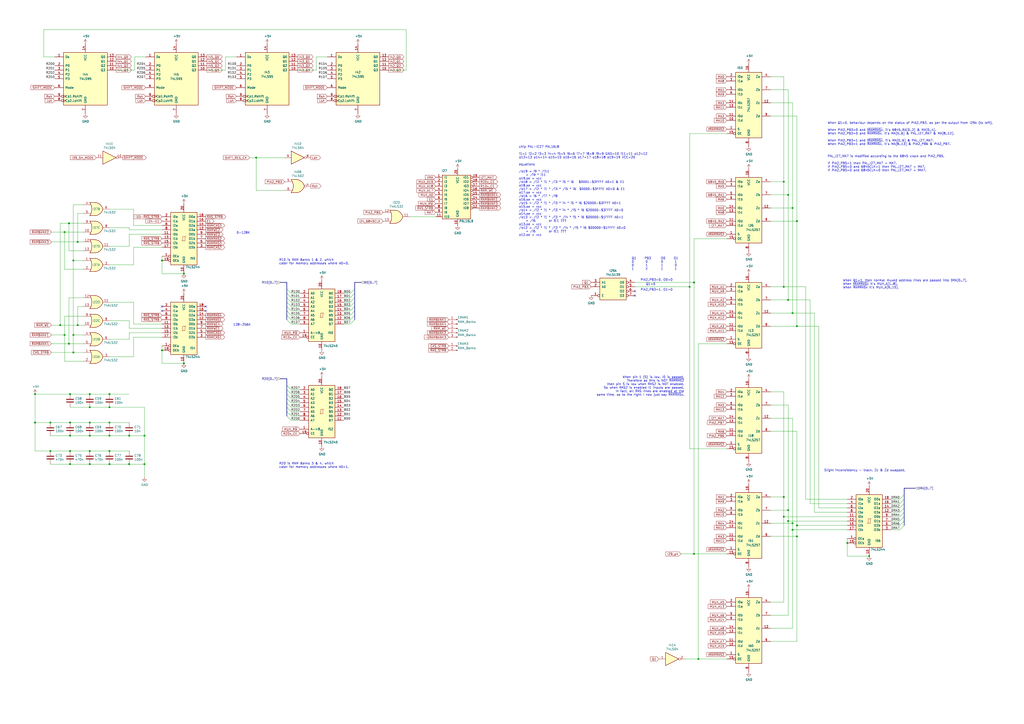
<source format=kicad_sch>
(kicad_sch (version 20211123) (generator eeschema)
  (paper "A2")
  (title_block (title "Dragon Beta Memory Logic") (date "2022-06-08") (rev "0.2") (company "DragonPlus Electronics") (comment 1 "John Whitworth") (comment 3 "including Richard Harding's Dragon Beta PCB images.") (comment 4 "Reverse Engineering of Dragon Beta from various sources"))
  (lib_symbols
    (symbol "74xx:74LS02" (pin_names (offset 1.016))
      (property "Reference" "U" (at 0 1.27 0))
      (property "Value" "74LS02" (at 0 -1.27 0))
      (symbol "74LS02_1_1"
        (pin output inverted (at 7.62 0 180) (length 3.81) (name "~") (number "1"))
        (pin input line (at -7.62 2.54 0) (length 4.318) (name "~") (number "2"))
        (pin input line (at -7.62 -2.54 0) (length 4.318) (name "~") (number "3"))
      )
      (symbol "74LS02_1_2"
        (pin output line (at 7.62 0 180) (length 3.81) (name "~") (number "1"))
        (pin input inverted (at -7.62 2.54 0) (length 3.81) (name "~") (number "2"))
        (pin input inverted (at -7.62 -2.54 0) (length 3.81) (name "~") (number "3"))
      )
      (symbol "74LS02_2_1"
        (pin output inverted (at 7.62 0 180) (length 3.81) (name "~") (number "4"))
        (pin input line (at -7.62 2.54 0) (length 4.318) (name "~") (number "5"))
        (pin input line (at -7.62 -2.54 0) (length 4.318) (name "~") (number "6"))
      )
      (symbol "74LS02_2_2"
        (pin output line (at 7.62 0 180) (length 3.81) (name "~") (number "4"))
        (pin input inverted (at -7.62 2.54 0) (length 3.81) (name "~") (number "5"))
        (pin input inverted (at -7.62 -2.54 0) (length 3.81) (name "~") (number "6"))
      )
      (symbol "74LS02_3_1"
        (pin output inverted (at 7.62 0 180) (length 3.81) (name "~") (number "10"))
        (pin input line (at -7.62 2.54 0) (length 4.318) (name "~") (number "8"))
        (pin input line (at -7.62 -2.54 0) (length 4.318) (name "~") (number "9"))
      )
      (symbol "74LS02_3_2"
        (pin output line (at 7.62 0 180) (length 3.81) (name "~") (number "10"))
        (pin input inverted (at -7.62 2.54 0) (length 3.81) (name "~") (number "8"))
        (pin input inverted (at -7.62 -2.54 0) (length 3.81) (name "~") (number "9"))
      )
      (symbol "74LS02_4_1"
        (pin input line (at -7.62 2.54 0) (length 4.318) (name "~") (number "11"))
        (pin input line (at -7.62 -2.54 0) (length 4.318) (name "~") (number "12"))
        (pin output inverted (at 7.62 0 180) (length 3.81) (name "~") (number "13"))
      )
      (symbol "74LS02_4_2"
        (pin input inverted (at -7.62 2.54 0) (length 3.81) (name "~") (number "11"))
        (pin input inverted (at -7.62 -2.54 0) (length 3.81) (name "~") (number "12"))
        (pin output line (at 7.62 0 180) (length 3.81) (name "~") (number "13"))
      )
      (symbol "74LS02_5_0"
        (pin power_in line (at 0 12.7 270) (length 5.08) (name "VCC") (number "14"))
        (pin power_in line (at 0 -12.7 90) (length 5.08) (name "GND") (number "7"))
      )
    )
    (symbol "74xx:74LS04"
      (property "Reference" "U" (at 0 1.27 0))
      (property "Value" "74LS04" (at 0 -1.27 0))
      (symbol "74LS04_1_0"
        (pin input line (at -7.62 0 0) (length 3.81) (name "~") (number "1"))
        (pin output inverted (at 7.62 0 180) (length 3.81) (name "~") (number "2"))
      )
      (symbol "74LS04_2_0"
        (pin input line (at -7.62 0 0) (length 3.81) (name "~") (number "3"))
        (pin output inverted (at 7.62 0 180) (length 3.81) (name "~") (number "4"))
      )
      (symbol "74LS04_3_0"
        (pin input line (at -7.62 0 0) (length 3.81) (name "~") (number "5"))
        (pin output inverted (at 7.62 0 180) (length 3.81) (name "~") (number "6"))
      )
      (symbol "74LS04_4_0"
        (pin output inverted (at 7.62 0 180) (length 3.81) (name "~") (number "8"))
        (pin input line (at -7.62 0 0) (length 3.81) (name "~") (number "9"))
      )
      (symbol "74LS04_5_0"
        (pin output inverted (at 7.62 0 180) (length 3.81) (name "~") (number "10"))
        (pin input line (at -7.62 0 0) (length 3.81) (name "~") (number "11"))
      )
      (symbol "74LS04_6_0"
        (pin output inverted (at 7.62 0 180) (length 3.81) (name "~") (number "12"))
        (pin input line (at -7.62 0 0) (length 3.81) (name "~") (number "13"))
      )
      (symbol "74LS04_7_0"
        (pin power_in line (at 0 12.7 270) (length 5.08) (name "VCC") (number "14"))
        (pin power_in line (at 0 -12.7 90) (length 5.08) (name "GND") (number "7"))
      )
    )
    (symbol "74xx:74LS139" (pin_names (offset 1.016))
      (property "Reference" "U" (at -7.62 8.89 0))
      (property "Value" "74LS139" (at -7.62 -8.89 0))
      (symbol "74LS139_1_0"
        (pin input inverted (at -12.7 -5.08 0) (length 5.08) (name "E") (number "1"))
        (pin input line (at -12.7 0 0) (length 5.08) (name "A0") (number "2"))
        (pin input line (at -12.7 2.54 0) (length 5.08) (name "A1") (number "3"))
        (pin output inverted (at 12.7 2.54 180) (length 5.08) (name "O0") (number "4"))
        (pin output inverted (at 12.7 0 180) (length 5.08) (name "O1") (number "5"))
        (pin output inverted (at 12.7 -2.54 180) (length 5.08) (name "O2") (number "6"))
        (pin output inverted (at 12.7 -5.08 180) (length 5.08) (name "O3") (number "7"))
      )
      (symbol "74LS139_2_0"
        (pin output inverted (at 12.7 -2.54 180) (length 5.08) (name "O2") (number "10"))
        (pin output inverted (at 12.7 0 180) (length 5.08) (name "O1") (number "11"))
        (pin output inverted (at 12.7 2.54 180) (length 5.08) (name "O0") (number "12"))
        (pin input line (at -12.7 2.54 0) (length 5.08) (name "A1") (number "13"))
        (pin input line (at -12.7 0 0) (length 5.08) (name "A0") (number "14"))
        (pin input inverted (at -12.7 -5.08 0) (length 5.08) (name "E") (number "15"))
        (pin output inverted (at 12.7 -5.08 180) (length 5.08) (name "O3") (number "9"))
      )
      (symbol "74LS139_3_0"
        (pin power_in line (at 0 12.7 270) (length 5.08) (name "VCC") (number "16"))
        (pin power_in line (at 0 -12.7 90) (length 5.08) (name "GND") (number "8"))
      )
    )
    (symbol "74xx:74LS244" (pin_names (offset 1.016))
      (property "Reference" "U" (at -7.62 16.51 0))
      (property "Value" "74LS244" (at -7.62 -16.51 0))
      (symbol "74LS244_1_0"
        (pin input inverted (at -12.7 -10.16 0) (length 5.08) (name "OEa") (number "1"))
        (pin power_in line (at 0 -20.32 90) (length 5.08) (name "GND") (number "10"))
        (pin input line (at -12.7 2.54 0) (length 5.08) (name "I0b") (number "11"))
        (pin tri_state line (at 12.7 5.08 180) (length 5.08) (name "O3a") (number "12"))
        (pin input line (at -12.7 0 0) (length 5.08) (name "I1b") (number "13"))
        (pin tri_state line (at 12.7 7.62 180) (length 5.08) (name "O2a") (number "14"))
        (pin input line (at -12.7 -2.54 0) (length 5.08) (name "I2b") (number "15"))
        (pin tri_state line (at 12.7 10.16 180) (length 5.08) (name "O1a") (number "16"))
        (pin input line (at -12.7 -5.08 0) (length 5.08) (name "I3b") (number "17"))
        (pin tri_state line (at 12.7 12.7 180) (length 5.08) (name "O0a") (number "18"))
        (pin input inverted (at -12.7 -12.7 0) (length 5.08) (name "OEb") (number "19"))
        (pin input line (at -12.7 12.7 0) (length 5.08) (name "I0a") (number "2"))
        (pin power_in line (at 0 20.32 270) (length 5.08) (name "VCC") (number "20"))
        (pin tri_state line (at 12.7 -5.08 180) (length 5.08) (name "O3b") (number "3"))
        (pin input line (at -12.7 10.16 0) (length 5.08) (name "I1a") (number "4"))
        (pin tri_state line (at 12.7 -2.54 180) (length 5.08) (name "O2b") (number "5"))
        (pin input line (at -12.7 7.62 0) (length 5.08) (name "I2a") (number "6"))
        (pin tri_state line (at 12.7 0 180) (length 5.08) (name "O1b") (number "7"))
        (pin input line (at -12.7 5.08 0) (length 5.08) (name "I3a") (number "8"))
        (pin tri_state line (at 12.7 2.54 180) (length 5.08) (name "O0b") (number "9"))
      )
    )
    (symbol "74xx:74LS245" (pin_names (offset 1.016))
      (property "Reference" "U" (at -7.62 16.51 0))
      (property "Value" "74LS245" (at -7.62 -16.51 0))
      (symbol "74LS245_1_0"
        (pin input line (at -12.7 -10.16 0) (length 5.08) (name "A->B") (number "1"))
        (pin power_in line (at 0 -20.32 90) (length 5.08) (name "GND") (number "10"))
        (pin tri_state line (at 12.7 -5.08 180) (length 5.08) (name "B7") (number "11"))
        (pin tri_state line (at 12.7 -2.54 180) (length 5.08) (name "B6") (number "12"))
        (pin tri_state line (at 12.7 0 180) (length 5.08) (name "B5") (number "13"))
        (pin tri_state line (at 12.7 2.54 180) (length 5.08) (name "B4") (number "14"))
        (pin tri_state line (at 12.7 5.08 180) (length 5.08) (name "B3") (number "15"))
        (pin tri_state line (at 12.7 7.62 180) (length 5.08) (name "B2") (number "16"))
        (pin tri_state line (at 12.7 10.16 180) (length 5.08) (name "B1") (number "17"))
        (pin tri_state line (at 12.7 12.7 180) (length 5.08) (name "B0") (number "18"))
        (pin input inverted (at -12.7 -12.7 0) (length 5.08) (name "CE") (number "19"))
        (pin tri_state line (at -12.7 12.7 0) (length 5.08) (name "A0") (number "2"))
        (pin power_in line (at 0 20.32 270) (length 5.08) (name "VCC") (number "20"))
        (pin tri_state line (at -12.7 10.16 0) (length 5.08) (name "A1") (number "3"))
        (pin tri_state line (at -12.7 7.62 0) (length 5.08) (name "A2") (number "4"))
        (pin tri_state line (at -12.7 5.08 0) (length 5.08) (name "A3") (number "5"))
        (pin tri_state line (at -12.7 2.54 0) (length 5.08) (name "A4") (number "6"))
        (pin tri_state line (at -12.7 0 0) (length 5.08) (name "A5") (number "7"))
        (pin tri_state line (at -12.7 -2.54 0) (length 5.08) (name "A6") (number "8"))
        (pin tri_state line (at -12.7 -5.08 0) (length 5.08) (name "A7") (number "9"))
      )
    )
    (symbol "74xx:74LS257" (pin_names (offset 1.016))
      (property "Reference" "U" (at -7.62 19.05 0))
      (property "Value" "74LS257" (at -7.62 -21.59 0))
      (symbol "74LS257_1_0"
        (pin input line (at -12.7 -15.24 0) (length 5.08) (name "S") (number "1"))
        (pin input line (at -12.7 -10.16 0) (length 5.08) (name "I1d") (number "10"))
        (pin input line (at -12.7 -7.62 0) (length 5.08) (name "I0d") (number "11"))
        (pin tri_state line (at 12.7 0 180) (length 5.08) (name "Zc") (number "12"))
        (pin input line (at -12.7 -2.54 0) (length 5.08) (name "I1c") (number "13"))
        (pin input line (at -12.7 0 0) (length 5.08) (name "I0c") (number "14"))
        (pin input inverted (at -12.7 -17.78 0) (length 5.08) (name "OE") (number "15"))
        (pin power_in line (at 0 22.86 270) (length 5.08) (name "VCC") (number "16"))
        (pin input line (at -12.7 15.24 0) (length 5.08) (name "I0a") (number "2"))
        (pin input line (at -12.7 12.7 0) (length 5.08) (name "I1a") (number "3"))
        (pin tri_state line (at 12.7 15.24 180) (length 5.08) (name "Za") (number "4"))
        (pin input line (at -12.7 7.62 0) (length 5.08) (name "I0b") (number "5"))
        (pin input line (at -12.7 5.08 0) (length 5.08) (name "I1b") (number "6"))
        (pin tri_state line (at 12.7 7.62 180) (length 5.08) (name "Zb") (number "7"))
        (pin power_in line (at 0 -25.4 90) (length 5.08) (name "GND") (number "8"))
        (pin tri_state line (at 12.7 -7.62 180) (length 5.08) (name "Zd") (number "9"))
      )
    )
    (symbol "74xx:74LS32" (pin_names (offset 1.016))
      (property "Reference" "U" (at 0 1.27 0))
      (property "Value" "74LS32" (at 0 -1.27 0))
      (symbol "74LS32_1_1"
        (pin input line (at -7.62 2.54 0) (length 4.318) (name "~") (number "1"))
        (pin input line (at -7.62 -2.54 0) (length 4.318) (name "~") (number "2"))
        (pin output line (at 7.62 0 180) (length 3.81) (name "~") (number "3"))
      )
      (symbol "74LS32_1_2"
        (pin input inverted (at -7.62 2.54 0) (length 3.81) (name "~") (number "1"))
        (pin input inverted (at -7.62 -2.54 0) (length 3.81) (name "~") (number "2"))
        (pin output inverted (at 7.62 0 180) (length 3.81) (name "~") (number "3"))
      )
      (symbol "74LS32_2_1"
        (pin input line (at -7.62 2.54 0) (length 4.318) (name "~") (number "4"))
        (pin input line (at -7.62 -2.54 0) (length 4.318) (name "~") (number "5"))
        (pin output line (at 7.62 0 180) (length 3.81) (name "~") (number "6"))
      )
      (symbol "74LS32_2_2"
        (pin input inverted (at -7.62 2.54 0) (length 3.81) (name "~") (number "4"))
        (pin input inverted (at -7.62 -2.54 0) (length 3.81) (name "~") (number "5"))
        (pin output inverted (at 7.62 0 180) (length 3.81) (name "~") (number "6"))
      )
      (symbol "74LS32_3_1"
        (pin input line (at -7.62 -2.54 0) (length 4.318) (name "~") (number "10"))
        (pin output line (at 7.62 0 180) (length 3.81) (name "~") (number "8"))
        (pin input line (at -7.62 2.54 0) (length 4.318) (name "~") (number "9"))
      )
      (symbol "74LS32_3_2"
        (pin input inverted (at -7.62 -2.54 0) (length 3.81) (name "~") (number "10"))
        (pin output inverted (at 7.62 0 180) (length 3.81) (name "~") (number "8"))
        (pin input inverted (at -7.62 2.54 0) (length 3.81) (name "~") (number "9"))
      )
      (symbol "74LS32_4_1"
        (pin output line (at 7.62 0 180) (length 3.81) (name "~") (number "11"))
        (pin input line (at -7.62 2.54 0) (length 4.318) (name "~") (number "12"))
        (pin input line (at -7.62 -2.54 0) (length 4.318) (name "~") (number "13"))
      )
      (symbol "74LS32_4_2"
        (pin output inverted (at 7.62 0 180) (length 3.81) (name "~") (number "11"))
        (pin input inverted (at -7.62 2.54 0) (length 3.81) (name "~") (number "12"))
        (pin input inverted (at -7.62 -2.54 0) (length 3.81) (name "~") (number "13"))
      )
      (symbol "74LS32_5_0"
        (pin power_in line (at 0 12.7 270) (length 5.08) (name "VCC") (number "14"))
        (pin power_in line (at 0 -12.7 90) (length 5.08) (name "GND") (number "7"))
      )
    )
    (symbol "74xx:74LS95" (pin_names (offset 1.016))
      (property "Reference" "U" (at -7.62 16.51 0))
      (property "Value" "74LS95" (at -7.62 -16.51 0))
      (symbol "74LS95_1_0"
        (pin input line (at -17.78 12.7 0) (length 5.08) (name "Ds") (number "1"))
        (pin output line (at 17.78 5.08 180) (length 5.08) (name "Q3") (number "10"))
        (pin output line (at 17.78 7.62 180) (length 5.08) (name "Q2") (number "11"))
        (pin output line (at 17.78 10.16 180) (length 5.08) (name "Q1") (number "12"))
        (pin output line (at 17.78 12.7 180) (length 5.08) (name "Q0") (number "13"))
        (pin power_in line (at 0 20.32 270) (length 5.08) (name "VCC") (number "14"))
        (pin input line (at -17.78 7.62 0) (length 5.08) (name "P0") (number "2"))
        (pin input line (at -17.78 5.08 0) (length 5.08) (name "P1") (number "3"))
        (pin input line (at -17.78 2.54 0) (length 5.08) (name "P2") (number "4"))
        (pin input line (at -17.78 0 0) (length 5.08) (name "P3") (number "5"))
        (pin input line (at -17.78 -5.08 0) (length 5.08) (name "Mode") (number "6"))
        (pin power_in line (at 0 -20.32 90) (length 5.08) (name "GND") (number "7"))
        (pin input inverted_clock (at -17.78 -12.7 0) (length 5.08) (name "Cp2.Lshift") (number "8"))
        (pin input inverted_clock (at -17.78 -10.16 0) (length 5.08) (name "Cp1.Rshift") (number "9"))
      )
    )
    (symbol "Connector:Conn_01x02_Male" (pin_names (offset 1.016) hide)
      (property "Reference" "J" (at 0 2.54 0))
      (property "Value" "Conn_01x02_Male" (at 0 -5.08 0))
      (symbol "Conn_01x02_Male_1_1"
        (pin passive line (at 5.08 0 180) (length 3.81) (name "Pin_1") (number "1"))
        (pin passive line (at 5.08 -2.54 180) (length 3.81) (name "Pin_2") (number "2"))
      )
    )
    (symbol "Connector:Conn_01x03_Male" (pin_names (offset 1.016) hide)
      (property "Reference" "J" (at 0 5.08 0))
      (property "Value" "Conn_01x03_Male" (at 0 -5.08 0))
      (symbol "Conn_01x03_Male_1_1"
        (pin passive line (at 5.08 2.54 180) (length 3.81) (name "Pin_1") (number "1"))
        (pin passive line (at 5.08 0 180) (length 3.81) (name "Pin_2") (number "2"))
        (pin passive line (at 5.08 -2.54 180) (length 3.81) (name "Pin_3") (number "3"))
      )
    )
    (symbol "Device:C" (pin_numbers hide) (pin_names (offset 0.254))
      (property "Reference" "C" (at 0.635 2.54 0))
      (property "Value" "C" (at 0.635 -2.54 0))
      (symbol "C_1_1"
        (pin passive line (at 0 3.81 270) (length 2.794) (name "~") (number "1"))
        (pin passive line (at 0 -3.81 90) (length 2.794) (name "~") (number "2"))
      )
    )
    (symbol "Logic_Programmable:PAL16L8" (pin_names (offset 1.016))
      (property "Reference" "U" (at -8.89 16.51 0))
      (property "Value" "PAL16L8" (at 1.27 16.51 0))
      (symbol "PAL16L8_0_0"
        (pin power_in line (at 0 -15.24 90) (length 3.81) (name "GND") (number "10"))
        (pin power_in line (at 0 17.78 270) (length 3.81) (name "VCC") (number "20"))
      )
      (symbol "PAL16L8_1_1"
        (pin input line (at -12.7 12.7 0) (length 3.81) (name "I1") (number "1"))
        (pin input line (at -12.7 -10.16 0) (length 3.81) (name "I10") (number "11"))
        (pin tri_state inverted (at 12.7 -5.08 180) (length 5.08) (name "IO8") (number "12"))
        (pin tri_state inverted (at 12.7 -2.54 180) (length 5.08) (name "IO7") (number "13"))
        (pin tri_state inverted (at 12.7 0 180) (length 5.08) (name "IO6") (number "14"))
        (pin tri_state inverted (at 12.7 2.54 180) (length 5.08) (name "IO5") (number "15"))
        (pin tri_state inverted (at 12.7 5.08 180) (length 5.08) (name "IO4") (number "16"))
        (pin tri_state inverted (at 12.7 7.62 180) (length 5.08) (name "I03") (number "17"))
        (pin tri_state inverted (at 12.7 10.16 180) (length 5.08) (name "IO2") (number "18"))
        (pin tri_state inverted (at 12.7 12.7 180) (length 5.08) (name "IO1") (number "19"))
        (pin input line (at -12.7 10.16 0) (length 3.81) (name "I2") (number "2"))
        (pin input line (at -12.7 7.62 0) (length 3.81) (name "I3") (number "3"))
        (pin input line (at -12.7 5.08 0) (length 3.81) (name "I4") (number "4"))
        (pin input line (at -12.7 2.54 0) (length 3.81) (name "I5") (number "5"))
        (pin input line (at -12.7 0 0) (length 3.81) (name "I6") (number "6"))
        (pin input line (at -12.7 -2.54 0) (length 3.81) (name "I7") (number "7"))
        (pin input line (at -12.7 -5.08 0) (length 3.81) (name "I8") (number "8"))
        (pin input line (at -12.7 -7.62 0) (length 3.81) (name "I9") (number "9"))
      )
    )
    (symbol "power:+5V" (power) (pin_names (offset 0))
      (property "Value" "+5V" (at 0 3.556 0))
      (symbol "+5V_1_1"
        (pin power_in line (at 0 0 90) (length 0) hide (name "+5V") (number "1"))
      )
    )
    (symbol "power:GND" (power) (pin_names (offset 0))
      (property "Value" "GND" (at 0 -3.81 0))
      (symbol "GND_1_1"
        (pin power_in line (at 0 0 270) (length 0) hide (name "GND") (number "1"))
      )
    )
  )
  (junction (at 459.74 120.65))
  (junction (at 37.465 194.31))
  (junction (at 40.64 252.73))
  (junction (at 63.5 269.24))
  (junction (at 93.98 203.2))
  (junction (at 402.59 321.31))
  (junction (at 462.28 128.27))
  (junction (at 504.19 322.58))
  (junction (at 462.28 304.8))
  (junction (at 93.98 151.13))
  (junction (at 42.545 204.47))
  (junction (at 52.07 236.22))
  (junction (at 454.66 288.29))
  (junction (at 37.465 134.62))
  (junction (at 20.32 245.11))
  (junction (at 34.925 188.595))
  (junction (at 63.5 261.62))
  (junction (at 40.005 129.54))
  (junction (at 45.085 188.595))
  (junction (at 45.085 140.335))
  (junction (at 74.93 252.73))
  (junction (at 74.93 269.24))
  (junction (at 40.64 245.11))
  (junction (at 457.2 302.26))
  (junction (at 40.64 228.6))
  (junction (at 63.5 252.73))
  (junction (at 52.07 269.24))
  (junction (at 462.28 189.23))
  (junction (at 29.21 261.62))
  (junction (at 459.74 181.61))
  (junction (at 400.05 166.37))
  (junction (at 63.5 245.11))
  (junction (at 52.07 252.73))
  (junction (at 106.68 210.82))
  (junction (at 40.64 269.24))
  (junction (at 83.82 269.24))
  (junction (at 462.28 311.15))
  (junction (at 491.49 314.96))
  (junction (at 52.07 245.11))
  (junction (at 42.545 194.31))
  (junction (at 454.66 166.37))
  (junction (at 457.2 173.99))
  (junction (at 454.66 105.41))
  (junction (at 63.5 236.22))
  (junction (at 405.13 382.27))
  (junction (at 402.59 163.83))
  (junction (at 106.68 158.75))
  (junction (at 52.07 261.62))
  (junction (at 29.21 245.11))
  (junction (at 42.545 151.13))
  (junction (at 83.82 252.73))
  (junction (at 148.59 91.44))
  (junction (at 457.2 295.91))
  (junction (at 459.74 307.34))
  (junction (at 52.07 228.6))
  (junction (at 454.66 299.72))
  (junction (at 40.64 261.62))
  (junction (at 20.32 228.6))
  (junction (at 40.005 199.39))
  (junction (at 63.5 228.6))
  (junction (at 457.2 113.03))
  (junction (at 459.74 303.53))
  (no_connect (at 93.98 177.8))
  (no_connect (at 93.98 180.34))
  (no_connect (at 119.38 177.8))
  (no_connect (at 119.38 180.34))
  (no_connect (at 368.3 168.91))
  (no_connect (at 368.3 171.45))
  (bus_entry (at 166.37 236.22) (size 2.54 2.54))
  (bus_entry (at 166.37 228.6) (size 2.54 2.54))
  (bus_entry (at 521.97 302.26) (size 2.54 -2.54))
  (bus_entry (at 205.74 185.42) (size -2.54 2.54))
  (bus_entry (at 166.37 170.18) (size 2.54 2.54))
  (bus_entry (at 521.97 304.8) (size 2.54 -2.54))
  (bus_entry (at 166.37 167.64) (size 2.54 2.54))
  (bus_entry (at 166.37 175.26) (size 2.54 2.54))
  (bus_entry (at 166.37 182.88) (size 2.54 2.54))
  (bus_entry (at 521.97 294.64) (size 2.54 -2.54))
  (bus_entry (at 521.97 299.72) (size 2.54 -2.54))
  (bus_entry (at 205.74 172.72) (size -2.54 2.54))
  (bus_entry (at 166.37 172.72) (size 2.54 2.54))
  (bus_entry (at 205.74 170.18) (size -2.54 2.54))
  (bus_entry (at 205.74 167.64) (size -2.54 2.54))
  (bus_entry (at 166.37 226.06) (size 2.54 2.54))
  (bus_entry (at 166.37 241.3) (size 2.54 2.54))
  (bus_entry (at 521.97 297.18) (size 2.54 -2.54))
  (bus_entry (at 205.74 177.8) (size -2.54 2.54))
  (bus_entry (at 166.37 238.76) (size 2.54 2.54))
  (bus_entry (at 524.51 289.56) (size -2.54 2.54))
  (bus_entry (at 524.51 287.02) (size -2.54 2.54))
  (bus_entry (at 166.37 177.8) (size 2.54 2.54))
  (bus_entry (at 205.74 175.26) (size -2.54 2.54))
  (bus_entry (at 166.37 223.52) (size 2.54 2.54))
  (bus_entry (at 166.37 180.34) (size 2.54 2.54))
  (bus_entry (at 205.74 182.88) (size -2.54 2.54))
  (bus_entry (at 205.74 180.34) (size -2.54 2.54))
  (bus_entry (at 166.37 233.68) (size 2.54 2.54))
  (bus_entry (at 166.37 231.14) (size 2.54 2.54))
  (bus_entry (at 166.37 185.42) (size 2.54 2.54))
  (bus_entry (at 521.97 307.34) (size 2.54 -2.54))
  (wire (pts (xy 447.04 120.65) (xy 459.74 120.65)))
  (wire (pts (xy 462.28 128.27) (xy 462.28 189.23)))
  (wire (pts (xy 173.99 226.06) (xy 168.91 226.06)))
  (wire (pts (xy 40.64 228.6) (xy 52.07 228.6)))
  (wire (pts (xy 402.59 321.31) (xy 421.64 321.31)))
  (wire (pts (xy 457.2 52.07) (xy 457.2 113.03)))
  (wire (pts (xy 447.04 67.31) (xy 462.28 67.31)))
  (wire (pts (xy 40.64 245.11) (xy 52.07 245.11)))
  (wire (pts (xy 29.845 194.31) (xy 37.465 194.31)))
  (wire (pts (xy 447.04 113.03) (xy 457.2 113.03)))
  (wire (pts (xy 447.04 295.91) (xy 457.2 295.91)))
  (wire (pts (xy 447.04 303.53) (xy 459.74 303.53)))
  (wire (pts (xy 37.465 183.515) (xy 37.465 194.31)))
  (wire (pts (xy 29.21 261.62) (xy 40.64 261.62)))
  (wire (pts (xy 42.545 118.745) (xy 48.26 118.745)))
  (wire (pts (xy 20.32 228.6) (xy 40.64 228.6)))
  (wire (pts (xy 454.66 299.72) (xy 491.49 299.72)))
  (wire (pts (xy 63.5 269.24) (xy 52.07 269.24)))
  (wire (pts (xy 52.07 236.22) (xy 63.5 236.22)))
  (wire (pts (xy 52.07 228.6) (xy 63.5 228.6)))
  (bus (pts (xy 205.74 182.88) (xy 205.74 185.42)))
  (bus (pts (xy 166.37 163.83) (xy 166.37 167.64)))
  (wire (pts (xy 93.98 195.58) (xy 77.47 195.58)))
  (wire (pts (xy 63.5 228.6) (xy 74.93 228.6)))
  (wire (pts (xy 148.59 110.49) (xy 148.59 91.44)))
  (wire (pts (xy 447.04 59.69) (xy 459.74 59.69)))
  (wire (pts (xy 63.5 142.875) (xy 74.93 142.875)))
  (wire (pts (xy 83.82 236.22) (xy 83.82 252.73)))
  (wire (pts (xy 454.66 288.29) (xy 454.66 299.72)))
  (wire (pts (xy 74.93 135.89) (xy 93.98 135.89)))
  (wire (pts (xy 20.32 245.11) (xy 29.21 245.11)))
  (wire (pts (xy 29.845 140.335) (xy 45.085 140.335)))
  (wire (pts (xy 25.4 17.145) (xy 25.4 33.02)))
  (wire (pts (xy 402.59 321.31) (xy 402.59 163.83)))
  (bus (pts (xy 524.51 297.18) (xy 524.51 299.72)))
  (bus (pts (xy 524.51 283.21) (xy 530.86 283.21)))
  (wire (pts (xy 459.74 307.34) (xy 491.49 307.34)))
  (wire (pts (xy 52.07 245.11) (xy 63.5 245.11)))
  (wire (pts (xy 42.545 151.13) (xy 48.26 151.13)))
  (wire (pts (xy 148.59 91.44) (xy 165.1 91.44)))
  (wire (pts (xy 74.93 142.875) (xy 74.93 135.89)))
  (wire (pts (xy 20.32 261.62) (xy 29.21 261.62)))
  (bus (pts (xy 166.37 231.14) (xy 166.37 233.68)))
  (wire (pts (xy 48.26 172.72) (xy 40.005 172.72)))
  (wire (pts (xy 447.04 166.37) (xy 454.66 166.37)))
  (wire (pts (xy 183.515 40.64) (xy 183.515 33.02)))
  (wire (pts (xy 48.26 204.47) (xy 42.545 204.47)))
  (wire (pts (xy 400.05 77.47) (xy 421.64 77.47)))
  (wire (pts (xy 77.47 143.51) (xy 93.98 143.51)))
  (wire (pts (xy 183.515 33.02) (xy 189.865 33.02)))
  (wire (pts (xy 203.2 185.42) (xy 199.39 185.42)))
  (wire (pts (xy 63.5 269.24) (xy 74.93 269.24)))
  (wire (pts (xy 459.74 303.53) (xy 459.74 307.34)))
  (wire (pts (xy 173.99 172.72) (xy 168.91 172.72)))
  (wire (pts (xy 120.015 40.64) (xy 130.81 40.64)))
  (bus (pts (xy 205.74 180.34) (xy 205.74 182.88)))
  (wire (pts (xy 77.47 153.67) (xy 77.47 143.51)))
  (wire (pts (xy 106.68 210.82) (xy 93.98 210.82)))
  (wire (pts (xy 173.99 170.18) (xy 168.91 170.18)))
  (wire (pts (xy 48.26 134.62) (xy 37.465 134.62)))
  (wire (pts (xy 521.97 297.18) (xy 516.89 297.18)))
  (wire (pts (xy 457.2 113.03) (xy 457.2 173.99)))
  (wire (pts (xy 40.64 236.22) (xy 52.07 236.22)))
  (wire (pts (xy 225.425 40.64) (xy 235.585 40.64)))
  (wire (pts (xy 40.005 129.54) (xy 48.26 129.54)))
  (wire (pts (xy 457.2 295.91) (xy 457.2 302.26)))
  (bus (pts (xy 166.37 238.76) (xy 166.37 241.3)))
  (wire (pts (xy 63.5 236.22) (xy 83.82 236.22)))
  (bus (pts (xy 166.37 170.18) (xy 166.37 172.72)))
  (wire (pts (xy 472.44 181.61) (xy 472.44 297.18)))
  (wire (pts (xy 203.2 187.96) (xy 199.39 187.96)))
  (wire (pts (xy 462.28 372.11) (xy 462.28 311.15)))
  (bus (pts (xy 166.37 233.68) (xy 166.37 236.22)))
  (wire (pts (xy 394.97 321.31) (xy 402.59 321.31)))
  (wire (pts (xy 48.26 183.515) (xy 37.465 183.515)))
  (wire (pts (xy 63.5 252.73) (xy 74.93 252.73)))
  (wire (pts (xy 454.66 227.33) (xy 454.66 288.29)))
  (wire (pts (xy 459.74 181.61) (xy 472.44 181.61)))
  (wire (pts (xy 20.32 228.6) (xy 20.32 245.11)))
  (wire (pts (xy 48.26 123.825) (xy 45.085 123.825)))
  (wire (pts (xy 447.04 288.29) (xy 454.66 288.29)))
  (bus (pts (xy 166.37 175.26) (xy 166.37 177.8)))
  (wire (pts (xy 45.085 177.8) (xy 45.085 188.595)))
  (wire (pts (xy 521.97 304.8) (xy 516.89 304.8)))
  (wire (pts (xy 467.36 166.37) (xy 467.36 289.56)))
  (wire (pts (xy 168.91 243.84) (xy 173.99 243.84)))
  (bus (pts (xy 205.74 175.26) (xy 205.74 177.8)))
  (wire (pts (xy 74.93 196.85) (xy 74.93 193.04)))
  (bus (pts (xy 166.37 228.6) (xy 166.37 231.14)))
  (wire (pts (xy 203.2 177.8) (xy 199.39 177.8)))
  (bus (pts (xy 166.37 182.88) (xy 166.37 185.42)))
  (wire (pts (xy 77.47 121.285) (xy 77.47 130.81)))
  (bus (pts (xy 205.74 170.18) (xy 205.74 172.72)))
  (wire (pts (xy 368.3 163.83) (xy 402.59 163.83)))
  (wire (pts (xy 130.81 33.02) (xy 130.81 40.64)))
  (wire (pts (xy 421.64 199.39) (xy 405.13 199.39)))
  (bus (pts (xy 166.37 180.34) (xy 166.37 182.88)))
  (wire (pts (xy 93.98 151.13) (xy 93.98 158.75)))
  (wire (pts (xy 521.97 307.34) (xy 516.89 307.34)))
  (wire (pts (xy 74.93 132.08) (xy 74.93 133.35)))
  (wire (pts (xy 168.91 241.3) (xy 173.99 241.3)))
  (wire (pts (xy 78.105 40.64) (xy 78.105 33.02)))
  (wire (pts (xy 45.085 123.825) (xy 45.085 140.335)))
  (wire (pts (xy 405.13 382.27) (xy 421.64 382.27)))
  (wire (pts (xy 29.21 252.73) (xy 40.64 252.73)))
  (bus (pts (xy 524.51 294.64) (xy 524.51 297.18)))
  (wire (pts (xy 447.04 128.27) (xy 462.28 128.27)))
  (wire (pts (xy 93.98 158.75) (xy 106.68 158.75)))
  (wire (pts (xy 400.05 260.35) (xy 400.05 166.37)))
  (wire (pts (xy 37.465 156.21) (xy 48.26 156.21)))
  (wire (pts (xy 462.28 304.8) (xy 491.49 304.8)))
  (wire (pts (xy 521.97 302.26) (xy 516.89 302.26)))
  (wire (pts (xy 45.085 188.595) (xy 48.26 188.595)))
  (wire (pts (xy 74.93 269.24) (xy 83.82 269.24)))
  (wire (pts (xy 469.9 292.1) (xy 469.9 173.99)))
  (wire (pts (xy 63.5 261.62) (xy 74.93 261.62)))
  (wire (pts (xy 447.04 250.19) (xy 462.28 250.19)))
  (wire (pts (xy 48.26 177.8) (xy 45.085 177.8)))
  (wire (pts (xy 521.97 299.72) (xy 516.89 299.72)))
  (wire (pts (xy 454.66 105.41) (xy 454.66 44.45)))
  (wire (pts (xy 37.465 194.31) (xy 37.465 209.55)))
  (wire (pts (xy 521.97 289.56) (xy 516.89 289.56)))
  (wire (pts (xy 34.925 129.54) (xy 40.005 129.54)))
  (wire (pts (xy 447.04 52.07) (xy 457.2 52.07)))
  (wire (pts (xy 459.74 364.49) (xy 459.74 307.34)))
  (wire (pts (xy 173.99 182.88) (xy 168.91 182.88)))
  (wire (pts (xy 42.545 194.31) (xy 42.545 204.47)))
  (wire (pts (xy 457.2 173.99) (xy 447.04 173.99)))
  (wire (pts (xy 447.04 356.87) (xy 457.2 356.87)))
  (bus (pts (xy 166.37 219.71) (xy 162.56 219.71)))
  (wire (pts (xy 83.82 269.24) (xy 83.82 276.86)))
  (wire (pts (xy 491.49 322.58) (xy 504.19 322.58)))
  (bus (pts (xy 524.51 289.56) (xy 524.51 292.1)))
  (wire (pts (xy 77.47 175.26) (xy 63.5 175.26)))
  (wire (pts (xy 83.82 252.73) (xy 83.82 269.24)))
  (wire (pts (xy 144.78 91.44) (xy 148.59 91.44)))
  (bus (pts (xy 166.37 219.71) (xy 166.37 223.52)))
  (wire (pts (xy 462.28 189.23) (xy 447.04 189.23)))
  (wire (pts (xy 42.545 194.31) (xy 48.26 194.31)))
  (bus (pts (xy 524.51 283.21) (xy 524.51 287.02)))
  (wire (pts (xy 474.98 189.23) (xy 462.28 189.23)))
  (bus (pts (xy 205.74 172.72) (xy 205.74 175.26)))
  (bus (pts (xy 166.37 163.83) (xy 162.56 163.83)))
  (wire (pts (xy 29.845 199.39) (xy 40.005 199.39)))
  (bus (pts (xy 205.74 163.83) (xy 209.55 163.83)))
  (wire (pts (xy 34.925 188.595) (xy 45.085 188.595)))
  (wire (pts (xy 40.005 129.54) (xy 40.005 145.415)))
  (wire (pts (xy 93.98 148.59) (xy 93.98 151.13)))
  (wire (pts (xy 25.4 33.02) (xy 31.75 33.02)))
  (bus (pts (xy 166.37 167.64) (xy 166.37 170.18)))
  (wire (pts (xy 447.04 242.57) (xy 459.74 242.57)))
  (wire (pts (xy 29.845 188.595) (xy 34.925 188.595)))
  (wire (pts (xy 491.49 294.64) (xy 474.98 294.64)))
  (wire (pts (xy 77.47 195.58) (xy 77.47 207.01)))
  (wire (pts (xy 400.05 260.35) (xy 421.64 260.35)))
  (wire (pts (xy 457.2 302.26) (xy 491.49 302.26)))
  (wire (pts (xy 172.72 40.64) (xy 183.515 40.64)))
  (wire (pts (xy 447.04 234.95) (xy 457.2 234.95)))
  (wire (pts (xy 521.97 292.1) (xy 516.89 292.1)))
  (wire (pts (xy 459.74 120.65) (xy 459.74 59.69)))
  (wire (pts (xy 447.04 227.33) (xy 454.66 227.33)))
  (wire (pts (xy 29.845 134.62) (xy 37.465 134.62)))
  (wire (pts (xy 368.3 166.37) (xy 400.05 166.37)))
  (wire (pts (xy 447.04 364.49) (xy 459.74 364.49)))
  (wire (pts (xy 37.465 134.62) (xy 37.465 156.21)))
  (wire (pts (xy 52.07 252.73) (xy 63.5 252.73)))
  (wire (pts (xy 447.04 372.11) (xy 462.28 372.11)))
  (wire (pts (xy 77.47 207.01) (xy 63.5 207.01)))
  (wire (pts (xy 491.49 312.42) (xy 491.49 314.96)))
  (wire (pts (xy 203.2 172.72) (xy 199.39 172.72)))
  (wire (pts (xy 462.28 311.15) (xy 462.28 304.8)))
  (wire (pts (xy 457.2 234.95) (xy 457.2 295.91)))
  (wire (pts (xy 67.31 40.64) (xy 78.105 40.64)))
  (wire (pts (xy 168.91 238.76) (xy 173.99 238.76)))
  (bus (pts (xy 166.37 236.22) (xy 166.37 238.76)))
  (wire (pts (xy 168.91 233.68) (xy 173.99 233.68)))
  (bus (pts (xy 166.37 226.06) (xy 166.37 228.6)))
  (wire (pts (xy 20.32 261.62) (xy 20.32 245.11)))
  (wire (pts (xy 42.545 151.13) (xy 42.545 194.31)))
  (bus (pts (xy 524.51 292.1) (xy 524.51 294.64)))
  (wire (pts (xy 74.93 133.35) (xy 93.98 133.35)))
  (bus (pts (xy 524.51 302.26) (xy 524.51 304.8)))
  (wire (pts (xy 48.26 145.415) (xy 40.005 145.415)))
  (wire (pts (xy 454.66 166.37) (xy 454.66 105.41)))
  (wire (pts (xy 40.64 252.73) (xy 52.07 252.73)))
  (wire (pts (xy 37.465 209.55) (xy 48.26 209.55)))
  (wire (pts (xy 42.545 151.13) (xy 42.545 118.745)))
  (wire (pts (xy 93.98 203.2) (xy 93.98 200.66)))
  (wire (pts (xy 462.28 67.31) (xy 462.28 128.27)))
  (wire (pts (xy 130.81 33.02) (xy 137.16 33.02)))
  (wire (pts (xy 165.1 110.49) (xy 148.59 110.49)))
  (wire (pts (xy 173.99 180.34) (xy 168.91 180.34)))
  (bus (pts (xy 166.37 223.52) (xy 166.37 226.06)))
  (wire (pts (xy 454.66 166.37) (xy 467.36 166.37)))
  (wire (pts (xy 397.51 382.27) (xy 405.13 382.27)))
  (wire (pts (xy 93.98 187.96) (xy 77.47 187.96)))
  (bus (pts (xy 524.51 299.72) (xy 524.51 302.26)))
  (wire (pts (xy 447.04 349.25) (xy 454.66 349.25)))
  (wire (pts (xy 78.105 33.02) (xy 84.455 33.02)))
  (bus (pts (xy 205.74 163.83) (xy 205.74 167.64)))
  (wire (pts (xy 168.91 228.6) (xy 173.99 228.6)))
  (wire (pts (xy 25.4 17.145) (xy 235.585 17.145)))
  (wire (pts (xy 491.49 292.1) (xy 469.9 292.1)))
  (wire (pts (xy 402.59 163.83) (xy 402.59 138.43)))
  (wire (pts (xy 74.93 252.73) (xy 83.82 252.73)))
  (wire (pts (xy 74.93 190.5) (xy 93.98 190.5)))
  (wire (pts (xy 34.925 129.54) (xy 34.925 188.595)))
  (wire (pts (xy 462.28 250.19) (xy 462.28 304.8)))
  (wire (pts (xy 63.5 132.08) (xy 74.93 132.08)))
  (wire (pts (xy 235.585 17.145) (xy 235.585 40.64)))
  (wire (pts (xy 459.74 242.57) (xy 459.74 303.53)))
  (bus (pts (xy 166.37 172.72) (xy 166.37 175.26)))
  (wire (pts (xy 454.66 44.45) (xy 447.04 44.45)))
  (wire (pts (xy 447.04 311.15) (xy 462.28 311.15)))
  (bus (pts (xy 205.74 177.8) (xy 205.74 180.34)))
  (wire (pts (xy 40.005 199.39) (xy 48.26 199.39)))
  (wire (pts (xy 40.64 261.62) (xy 52.07 261.62)))
  (wire (pts (xy 469.9 173.99) (xy 457.2 173.99)))
  (wire (pts (xy 45.085 140.335) (xy 48.26 140.335)))
  (wire (pts (xy 203.2 180.34) (xy 199.39 180.34)))
  (wire (pts (xy 467.36 289.56) (xy 491.49 289.56)))
  (wire (pts (xy 77.47 130.81) (xy 93.98 130.81)))
  (wire (pts (xy 459.74 181.61) (xy 459.74 120.65)))
  (wire (pts (xy 52.07 269.24) (xy 40.64 269.24)))
  (wire (pts (xy 29.21 245.11) (xy 40.64 245.11)))
  (wire (pts (xy 168.91 236.22) (xy 173.99 236.22)))
  (wire (pts (xy 63.5 121.285) (xy 77.47 121.285)))
  (wire (pts (xy 74.93 193.04) (xy 93.98 193.04)))
  (wire (pts (xy 40.005 172.72) (xy 40.005 199.39)))
  (wire (pts (xy 173.99 231.14) (xy 168.91 231.14)))
  (wire (pts (xy 173.99 187.96) (xy 168.91 187.96)))
  (wire (pts (xy 29.845 204.47) (xy 42.545 204.47)))
  (wire (pts (xy 173.99 175.26) (xy 168.91 175.26)))
  (wire (pts (xy 40.64 269.24) (xy 29.21 269.24)))
  (wire (pts (xy 173.99 185.42) (xy 168.91 185.42)))
  (wire (pts (xy 173.99 177.8) (xy 168.91 177.8)))
  (wire (pts (xy 402.59 138.43) (xy 421.64 138.43)))
  (wire (pts (xy 52.07 261.62) (xy 63.5 261.62)))
  (wire (pts (xy 457.2 356.87) (xy 457.2 302.26)))
  (wire (pts (xy 491.49 314.96) (xy 491.49 322.58)))
  (bus (pts (xy 524.51 287.02) (xy 524.51 289.56)))
  (wire (pts (xy 237.49 125.73) (xy 252.73 125.73)))
  (wire (pts (xy 77.47 187.96) (xy 77.47 175.26)))
  (wire (pts (xy 74.93 186.055) (xy 74.93 190.5)))
  (bus (pts (xy 205.74 167.64) (xy 205.74 170.18)))
  (wire (pts (xy 405.13 199.39) (xy 405.13 382.27)))
  (wire (pts (xy 93.98 210.82) (xy 93.98 203.2)))
  (wire (pts (xy 454.66 299.72) (xy 454.66 349.25)))
  (wire (pts (xy 63.5 196.85) (xy 74.93 196.85)))
  (wire (pts (xy 447.04 181.61) (xy 459.74 181.61)))
  (wire (pts (xy 63.5 245.11) (xy 74.93 245.11)))
  (wire (pts (xy 521.97 294.64) (xy 516.89 294.64)))
  (wire (pts (xy 203.2 170.18) (xy 199.39 170.18)))
  (wire (pts (xy 63.5 186.055) (xy 74.93 186.055)))
  (wire (pts (xy 203.2 182.88) (xy 199.39 182.88)))
  (wire (pts (xy 474.98 294.64) (xy 474.98 189.23)))
  (wire (pts (xy 472.44 297.18) (xy 491.49 297.18)))
  (wire (pts (xy 63.5 153.67) (xy 77.47 153.67)))
  (bus (pts (xy 166.37 177.8) (xy 166.37 180.34)))
  (wire (pts (xy 400.05 166.37) (xy 400.05 77.47)))
  (wire (pts (xy 203.2 175.26) (xy 199.39 175.26)))
  (wire (pts (xy 447.04 105.41) (xy 454.66 105.41)))
  (text "0-128K" (at 137.16 135.89 0) (effects (font (size 1.27 1.27)) (justify left bottom)))
  (text "Q1     PB3      O0     O1\n0       0        0       1\n0       1        1       0\n1       X        1       1" (at 366.395 156.845 0) (effects (font (size 1.27 1.27)) (justify left bottom)))
  (text "chip PAL-IC27 PAL16L8\n\ni1=1 i2=2 i3=3 i4=4 i5=5 i6=6 i7=7 i8=8 i9=9 GND=10 i11=11 o12=12 \no13=13 o14=14 o15=15 o16=16 o17=17 o18=18 o19=19 VCC=20 \n\nequations\n\n/o19 = i9 * /i11\n    + /i9 * i11\no19.oe = vcc\n/o18 = /i2 * i1 * /i3 * i5 * i6   $0001-$3FFFF A0=1 & E1\no18.oe = vcc\n/o17 = /i2 * i1 * /i3 * /i5 * i6  $0000-$3FFFE A0=0 & E1\no17.oe = vcc\n/o16 = i6 * /i7 * /i8\no16.oe = vcc\n/o15 = /i2 * i1 * /i3 * i4 * i5 * i6 $20000-$3FFFF A0=1\no15.oe = vcc\n/o14 = /i2 * i1 * /i3 * i4 * /i5 * i6 $20000-$3FFFF A0=0\no14.oe = vcc\n/o13 = /i2 * i1 * /i3 * /i4 * i5 * i6 $00000-$1FFFF A0=1\n    + /i6        or !E1 ???\no13.oe = vcc\n/o12 = /i2 * i1 * /i3 * /i4 * /i5 * i6 $00000-$1FFFF A0=0\n    + /i6        or !E1 ???\no12.oe = vcc" (at 300.99 137.16 0) (effects (font (size 1.27 1.27)) (justify left bottom)))
  (text "R1D is RAM Banks 1 & 2, which\ncater for memory addresses where A0=0." (at 161.925 153.67 0) (effects (font (size 1.27 1.27)) (justify left bottom)))
  (text "R2D is RAM Banks 3 & 4, which\ncater for memory addresses where A0=1." (at 161.925 271.78 0) (effects (font (size 1.27 1.27)) (justify left bottom)))
  (text "When pin 1 (S) is low, I0 is passed.\nTherefore as this is NOT ~{RAMRAS2}\nthen pin S is low when RAS2 is NOT enabled.\nSo when RAS2 is enabled I1 inputs are passed.\nIn fact, all RAS lines are enabled at the\nsame time, so to the right I now just say ~{RAMRASx}." (at 396.875 229.87 0) (effects (font (size 1.27 1.27)) (justify right bottom)))
  (text "128-256K" (at 135.255 189.23 0) (effects (font (size 1.27 1.27)) (justify left bottom)))
  (text "Q1=0" (at 374.65 165.735 0) (effects (font (size 1.27 1.27)) (justify left bottom)))
  (text "Slight inconsistency - track. Zc & Zd swapped." (at 525.145 273.685 180) (effects (font (size 1.27 1.27)) (justify right bottom)))
  (text "When Q1=1, then normal muxed address lines are passed into DRA[0..7].\nWhen !~{RAMRASx} it's MUX_A[1..8].\nWhen ~{RAMRASx} it's MUX_A[9..15].\n" (at 488.95 167.64 0) (effects (font (size 1.27 1.27)) (justify left bottom)))
  (text "PIA2_PB3=0, O0=0" (at 371.475 163.195 0) (effects (font (size 1.27 1.27)) (justify left bottom)))
  (text "When Q1=0, behaviour depends on the status of PIA2_PB3, as per the output from I29A (to left).\n\nWhen PIA2_PB3=0 and !~{RAMRASx}, it's 6845_RA[0..2] & MA[0..4].\nWhen PIA2_PB3=0 and ~{RAMRASx}, it's MA[5..6] & PAL_I27_MA7 & MA[8..12].\n\nWhen PIA2_PB3=1 and !~{RAMRASx}, it's MA[0..6] & PAL_I27_MA7.\nWhen PIA2_PB3=1 and ~{RAMRASx}, it's MA[8..13] & PIA2_PB6 & PIA2_PB7." (at 480.06 84.455 0) (effects (font (size 1.27 1.27)) (justify left bottom)))
  (text "PIA2_PB3=1, O1=0" (at 371.475 168.91 0) (effects (font (size 1.27 1.27)) (justify left bottom)))
  (text "PAL_I27_MA7 is modified according to the 6845 clock and PIA2_PB5.\n\nIf PIA2_PB5=1 then PAL_I27_MA7 = MA7.\nIf PIA2_PB5=0 and 6845CLK=1 then PAL_I27_MA7 = MA7.\nIf PIA2_PB5=0 and 6845CLK=0 then PAL_I27_MA7 = !MA7.\n" (at 480.06 99.695 0) (effects (font (size 1.27 1.27)) (justify left bottom)))
  (label "R2D5" (at 173.99 231.14 180))
  (label "BD2" (at 199.39 175.26 0))
  (label "BD3" (at 199.39 236.22 0))
  (label "DRA3" (at 516.89 297.18 0))
  (label "R1D1" (at 173.99 172.72 180))
  (label "R1D2" (at 137.16 43.18 180))
  (label "R1D4" (at 189.865 38.1 180))
  (label "R1D7" (at 173.99 187.96 180))
  (label "BD5" (at 199.39 231.14 0))
  (label "BD2" (at 199.39 238.76 0))
  (label "DRA0" (at 516.89 289.56 0))
  (label "R1D4" (at 173.99 180.34 180))
  (label "R2D1" (at 31.75 40.64 180))
  (label "BD1" (at 199.39 172.72 0))
  (label "DRA4" (at 516.89 299.72 0))
  (label "R2D6" (at 84.455 43.18 180))
  (label "R2D7" (at 173.99 226.06 180))
  (label "BD4" (at 199.39 180.34 0))
  (label "DRA1" (at 516.89 292.1 0))
  (label "R1D6" (at 173.99 185.42 180))
  (label "BD7" (at 199.39 226.06 0))
  (label "BD7" (at 199.39 187.96 0))
  (label "R2D2" (at 31.75 43.18 180))
  (label "R1D0" (at 173.99 170.18 180))
  (label "R1D3" (at 137.16 45.72 180))
  (label "R1D5" (at 173.99 182.88 180))
  (label "BD3" (at 199.39 177.8 0))
  (label "R2D0" (at 31.75 38.1 180))
  (label "R2D3" (at 173.99 236.22 180))
  (label "BD0" (at 199.39 243.84 0))
  (label "R2D0" (at 173.99 243.84 180))
  (label "R1D2" (at 173.99 175.26 180))
  (label "R2D5" (at 84.455 40.64 180))
  (label "R1D6" (at 189.865 43.18 180))
  (label "BD4" (at 199.39 233.68 0))
  (label "R2D7" (at 84.455 45.72 180))
  (label "R2D2" (at 173.99 238.76 180))
  (label "DRA7" (at 516.89 307.34 0))
  (label "R1D3" (at 173.99 177.8 180))
  (label "R1D0" (at 137.16 38.1 180))
  (label "DRA6" (at 516.89 304.8 0))
  (label "R1D7" (at 189.865 45.72 180))
  (label "BD0" (at 199.39 170.18 0))
  (label "R2D3" (at 31.75 45.72 180))
  (label "BD6" (at 199.39 185.42 0))
  (label "BD6" (at 199.39 228.6 0))
  (label "R2D6" (at 173.99 228.6 180))
  (label "R1D5" (at 189.865 40.64 180))
  (label "DRA5" (at 516.89 302.26 0))
  (label "R2D1" (at 173.99 241.3 180))
  (label "R2D4" (at 84.455 38.1 180))
  (label "BD1" (at 199.39 241.3 0))
  (label "R2D4" (at 173.99 233.68 180))
  (label "R1D1" (at 137.16 40.64 180))
  (label "DRA2" (at 516.89 294.64 0))
  (label "BD5" (at 199.39 182.88 0))
  (global_label "I29_p4" (shape input) (at 394.97 321.31 180) (property "Intersheet References" "${INTERSHEET_REFS}" (effects hide)))
  (global_label "I44_Q3" (shape output) (at 67.31 40.64 0) (property "Intersheet References" "${INTERSHEET_REFS}" (effects hide)))
  (global_label "MUX_R~{W}" (shape input) (at 252.73 118.11 180) (property "Intersheet References" "${INTERSHEET_REFS}" (effects hide)))
  (global_label "Rsh" (shape input) (at 84.455 55.88 180) (property "Intersheet References" "${INTERSHEET_REFS}" (effects hide)))
  (global_label "I45_Q0" (shape output) (at 120.015 33.02 0) (property "Intersheet References" "${INTERSHEET_REFS}" (effects hide)))
  (global_label "MUX_A0" (shape input) (at 252.73 113.03 180) (property "Intersheet References" "${INTERSHEET_REFS}" (effects hide)))
  (global_label "MUX_A13" (shape input) (at 421.64 351.79 180) (property "Intersheet References" "${INTERSHEET_REFS}" (effects hide)))
  (global_label "MA4" (shape input) (at 421.64 227.33 180) (property "Intersheet References" "${INTERSHEET_REFS}" (effects hide)))
  (global_label "MUX_A4" (shape input) (at 421.64 181.61 180) (property "Intersheet References" "${INTERSHEET_REFS}" (effects hide)))
  (global_label "MA3" (shape input) (at 421.64 59.69 180) (property "Intersheet References" "${INTERSHEET_REFS}" (effects hide)))
  (global_label "~{RAMBANK3}" (shape input) (at 29.845 140.335 180) (property "Intersheet References" "${INTERSHEET_REFS}" (effects hide)))
  (global_label "~{RAMRAS1}" (shape output) (at 119.38 185.42 0) (property "Intersheet References" "${INTERSHEET_REFS}" (effects hide)))
  (global_label "MUX_A14" (shape input) (at 421.64 359.41 180) (property "Intersheet References" "${INTERSHEET_REFS}" (effects hide)))
  (global_label "~{SHIFT_MODE}" (shape input) (at 84.455 50.8 180) (property "Intersheet References" "${INTERSHEET_REFS}" (effects hide)))
  (global_label "~{RAMWE1}" (shape output) (at 119.38 190.5 0) (property "Intersheet References" "${INTERSHEET_REFS}" (effects hide)))
  (global_label "MA4" (shape input) (at 421.64 303.53 180) (property "Intersheet References" "${INTERSHEET_REFS}" (effects hide)))
  (global_label "I24_6845CLK" (shape input) (at 222.25 128.27 180) (property "Intersheet References" "${INTERSHEET_REFS}" (effects hide)))
  (global_label "Rsh" (shape output) (at 180.34 107.95 0) (property "Intersheet References" "${INTERSHEET_REFS}" (effects hide)))
  (global_label "E1" (shape input) (at 252.73 115.57 180) (property "Intersheet References" "${INTERSHEET_REFS}" (effects hide)))
  (global_label "SHFT_REG_CK" (shape input) (at 144.78 91.44 180) (property "Intersheet References" "${INTERSHEET_REFS}" (effects hide)))
  (global_label "MUX_A1" (shape input) (at 421.64 166.37 180) (property "Intersheet References" "${INTERSHEET_REFS}" (effects hide)))
  (global_label "!~{RAMRAS2}" (shape input) (at 421.64 135.89 180) (property "Intersheet References" "${INTERSHEET_REFS}" (effects hide)))
  (global_label "Lsh" (shape input) (at 137.16 58.42 180) (property "Intersheet References" "${INTERSHEET_REFS}" (effects hide)))
  (global_label "~{RAM_WE}" (shape output) (at 278.13 110.49 0) (property "Intersheet References" "${INTERSHEET_REFS}" (effects hide)))
  (global_label "R1Dx_CE" (shape input) (at 173.99 195.58 180) (property "Intersheet References" "${INTERSHEET_REFS}" (effects hide)))
  (global_label "~{RAS_STRB}" (shape output) (at 119.38 125.73 0) (property "Intersheet References" "${INTERSHEET_REFS}" (effects hide)))
  (global_label "I39_SH_MODE" (shape input) (at 55.88 91.44 180) (property "Intersheet References" "${INTERSHEET_REFS}" (effects hide)))
  (global_label "~{SHIFT_MODE}" (shape input) (at 31.75 50.8 180) (property "Intersheet References" "${INTERSHEET_REFS}" (effects hide)))
  (global_label "Rsh" (shape input) (at 189.865 55.88 180) (property "Intersheet References" "${INTERSHEET_REFS}" (effects hide)))
  (global_label "I27_MA7" (shape input) (at 421.64 242.57 180) (property "Intersheet References" "${INTERSHEET_REFS}" (effects hide)))
  (global_label "~{RAM_WE}" (shape input) (at 260.35 190.5 180) (property "Intersheet References" "${INTERSHEET_REFS}" (effects hide)))
  (global_label "Lsh" (shape input) (at 31.75 58.42 180) (property "Intersheet References" "${INTERSHEET_REFS}" (effects hide)))
  (global_label "MUX_A17" (shape input) (at 252.73 110.49 180) (property "Intersheet References" "${INTERSHEET_REFS}" (effects hide)))
  (global_label "MA0" (shape input) (at 421.64 120.65 180) (property "Intersheet References" "${INTERSHEET_REFS}" (effects hide)))
  (global_label "~{RAMBANK1}" (shape input) (at 29.845 194.31 180) (property "Intersheet References" "${INTERSHEET_REFS}" (effects hide)))
  (global_label "Rsh" (shape input) (at 137.16 55.88 180) (property "Intersheet References" "${INTERSHEET_REFS}" (effects hide)))
  (global_label "MA0" (shape input) (at 421.64 44.45 180) (property "Intersheet References" "${INTERSHEET_REFS}" (effects hide)))
  (global_label "MUX_A19" (shape input) (at 252.73 105.41 180) (property "Intersheet References" "${INTERSHEET_REFS}" (effects hide)))
  (global_label "MUX_A18" (shape input) (at 252.73 107.95 180) (property "Intersheet References" "${INTERSHEET_REFS}" (effects hide)))
  (global_label "MA13" (shape input) (at 421.64 237.49 180) (property "Intersheet References" "${INTERSHEET_REFS}" (effects hide)))
  (global_label "MA2" (shape input) (at 421.64 295.91 180) (property "Intersheet References" "${INTERSHEET_REFS}" (effects hide)))
  (global_label "MA9" (shape input) (at 421.64 54.61 180) (property "Intersheet References" "${INTERSHEET_REFS}" (effects hide)))
  (global_label "PIA2_PB5" (shape input) (at 222.25 123.19 180) (property "Intersheet References" "${INTERSHEET_REFS}" (effects hide)))
  (global_label "6845_RA0" (shape input) (at 421.64 105.41 180) (property "Intersheet References" "${INTERSHEET_REFS}" (effects hide)))
  (global_label "MUX_A16" (shape input) (at 421.64 367.03 180) (property "Intersheet References" "${INTERSHEET_REFS}" (effects hide)))
  (global_label "~{SHIFT_MODE}" (shape input) (at 189.865 50.8 180) (property "Intersheet References" "${INTERSHEET_REFS}" (effects hide)))
  (global_label "MA11" (shape input) (at 421.64 62.23 180) (property "Intersheet References" "${INTERSHEET_REFS}" (effects hide)))
  (global_label "PIA2_PB7" (shape input) (at 421.64 245.11 180) (property "Intersheet References" "${INTERSHEET_REFS}" (effects hide)))
  (global_label "MUX_A5" (shape input) (at 421.64 349.25 180) (property "Intersheet References" "${INTERSHEET_REFS}" (effects hide)))
  (global_label "VMA" (shape input) (at 252.73 102.87 180) (property "Intersheet References" "${INTERSHEET_REFS}" (effects hide)))
  (global_label "MA9" (shape input) (at 421.64 290.83 180) (property "Intersheet References" "${INTERSHEET_REFS}" (effects hide)))
  (global_label "~{RAS_STRB}" (shape input) (at 93.98 182.88 180) (property "Intersheet References" "${INTERSHEET_REFS}" (effects hide)))
  (global_label "MA3" (shape input) (at 421.64 311.15 180) (property "Intersheet References" "${INTERSHEET_REFS}" (effects hide)))
  (global_label "MUX_A6" (shape input) (at 421.64 356.87 180) (property "Intersheet References" "${INTERSHEET_REFS}" (effects hide)))
  (global_label "!~{RAMRAS2}" (shape input) (at 421.64 196.85 180) (property "Intersheet References" "${INTERSHEET_REFS}" (effects hide)))
  (global_label "~{RAMWE3}" (shape output) (at 119.38 135.89 0) (property "Intersheet References" "${INTERSHEET_REFS}" (effects hide)))
  (global_label "I45_Q2" (shape output) (at 120.015 38.1 0) (property "Intersheet References" "${INTERSHEET_REFS}" (effects hide)))
  (global_label "MA1" (shape input) (at 421.64 52.07 180) (property "Intersheet References" "${INTERSHEET_REFS}" (effects hide)))
  (global_label "~{RAMWE4}" (shape output) (at 119.38 187.96 0) (property "Intersheet References" "${INTERSHEET_REFS}" (effects hide)))
  (global_label "MA10" (shape input) (at 421.64 298.45 180) (property "Intersheet References" "${INTERSHEET_REFS}" (effects hide)))
  (global_label "I24-E1" (shape input) (at 93.98 128.27 180) (property "Intersheet References" "${INTERSHEET_REFS}" (effects hide)))
  (global_label "MUX_A7" (shape input) (at 421.64 372.11 180) (property "Intersheet References" "${INTERSHEET_REFS}" (effects hide)))
  (global_label "~{RAMWE2}" (shape output) (at 119.38 133.35 0) (property "Intersheet References" "${INTERSHEET_REFS}" (effects hide)))
  (global_label "Lsh" (shape input) (at 189.865 58.42 180) (property "Intersheet References" "${INTERSHEET_REFS}" (effects hide)))
  (global_label "MA12" (shape input) (at 421.64 229.87 180) (property "Intersheet References" "${INTERSHEET_REFS}" (effects hide)))
  (global_label "I42_Q0" (shape output) (at 225.425 33.02 0) (property "Intersheet References" "${INTERSHEET_REFS}" (effects hide)))
  (global_label "I44_Q2" (shape output) (at 67.31 38.1 0) (property "Intersheet References" "${INTERSHEET_REFS}" (effects hide)))
  (global_label "MUX_A11" (shape input) (at 421.64 191.77 180) (property "Intersheet References" "${INTERSHEET_REFS}" (effects hide)))
  (global_label "PIA2_PB3" (shape input) (at 342.9 166.37 180) (property "Intersheet References" "${INTERSHEET_REFS}" (effects hide)))
  (global_label "MUX_A15" (shape input) (at 421.64 374.65 180) (property "Intersheet References" "${INTERSHEET_REFS}" (effects hide)))
  (global_label "~{RAMBANK4}" (shape output) (at 278.13 113.03 0) (property "Intersheet References" "${INTERSHEET_REFS}" (effects hide)))
  (global_label "I42_Q3" (shape output) (at 225.425 40.64 0) (property "Intersheet References" "${INTERSHEET_REFS}" (effects hide)))
  (global_label "I33-~{RAS_STRB}" (shape input) (at 93.98 125.73 180) (property "Intersheet References" "${INTERSHEET_REFS}" (effects hide)))
  (global_label "PIA2_PB3" (shape input) (at 165.1 105.41 180) (property "Intersheet References" "${INTERSHEET_REFS}" (effects hide)))
  (global_label "R1Dx_CE" (shape output) (at 278.13 107.95 0) (property "Intersheet References" "${INTERSHEET_REFS}" (effects hide)))
  (global_label "Lsh" (shape input) (at 84.455 58.42 180) (property "Intersheet References" "${INTERSHEET_REFS}" (effects hide)))
  (global_label "~{RAMBANK1}" (shape input) (at 260.35 185.42 180) (property "Intersheet References" "${INTERSHEET_REFS}" (effects hide)))
  (global_label "MUX_A2" (shape input) (at 421.64 173.99 180) (property "Intersheet References" "${INTERSHEET_REFS}" (effects hide)))
  (global_label "~{RAMBANK2}" (shape input) (at 29.845 134.62 180) (property "Intersheet References" "${INTERSHEET_REFS}" (effects hide)))
  (global_label "MUX_A12" (shape input) (at 421.64 184.15 180) (property "Intersheet References" "${INTERSHEET_REFS}" (effects hide)))
  (global_label "!~{RAMRAS2}" (shape input) (at 421.64 257.81 180) (property "Intersheet References" "${INTERSHEET_REFS}" (effects hide)))
  (global_label "~{RAMBANK2}" (shape output) (at 278.13 120.65 0) (property "Intersheet References" "${INTERSHEET_REFS}" (effects hide)))
  (global_label "MUX_R~{W}" (shape input) (at 173.99 193.04 180) (property "Intersheet References" "${INTERSHEET_REFS}" (effects hide)))
  (global_label "I42_Q1" (shape output) (at 225.425 35.56 0) (property "Intersheet References" "${INTERSHEET_REFS}" (effects hide)))
  (global_label "~{RAS_STRB}" (shape input) (at 93.98 185.42 180) (property "Intersheet References" "${INTERSHEET_REFS}" (effects hide)))
  (global_label "~{RAS_STRB}" (shape input) (at 93.98 140.97 180) (property "Intersheet References" "${INTERSHEET_REFS}" (effects hide)))
  (global_label "Q1" (shape input) (at 342.9 163.83 180) (property "Intersheet References" "${INTERSHEET_REFS}" (effects hide)))
  (global_label "MA8" (shape input) (at 421.64 123.19 180) (property "Intersheet References" "${INTERSHEET_REFS}" (effects hide)))
  (global_label "~{RAMCAS4}" (shape output) (at 119.38 193.04 0) (property "Intersheet References" "${INTERSHEET_REFS}" (effects hide)))
  (global_label "MUX_A9" (shape input) (at 421.64 168.91 180) (property "Intersheet References" "${INTERSHEET_REFS}" (effects hide)))
  (global_label "~{RAMRAS2}" (shape output) (at 119.38 138.43 0) (property "Intersheet References" "${INTERSHEET_REFS}" (effects hide)))
  (global_label "MA11" (shape input) (at 421.64 313.69 180) (property "Intersheet References" "${INTERSHEET_REFS}" (effects hide)))
  (global_label "MUX_A10" (shape input) (at 421.64 176.53 180) (property "Intersheet References" "${INTERSHEET_REFS}" (effects hide)))
  (global_label "~{SHIFT_MODE}" (shape output) (at 71.12 91.44 0) (property "Intersheet References" "${INTERSHEET_REFS}" (effects hide)))
  (global_label "MA7" (shape input) (at 252.73 123.19 180) (property "Intersheet References" "${INTERSHEET_REFS}" (effects hide)))
  (global_label "I43_Q1" (shape output) (at 172.72 35.56 0) (property "Intersheet References" "${INTERSHEET_REFS}" (effects hide)))
  (global_label "R2Dx_CE" (shape output) (at 278.13 105.41 0) (property "Intersheet References" "${INTERSHEET_REFS}" (effects hide)))
  (global_label "MA2" (shape input) (at 421.64 67.31 180) (property "Intersheet References" "${INTERSHEET_REFS}" (effects hide)))
  (global_label "MUX_R~{W}" (shape input) (at 173.99 248.92 180) (property "Intersheet References" "${INTERSHEET_REFS}" (effects hide)))
  (global_label "I45_Q3" (shape output) (at 120.015 40.64 0) (property "Intersheet References" "${INTERSHEET_REFS}" (effects hide)))
  (global_label "E1" (shape output) (at 119.38 128.27 0) (property "Intersheet References" "${INTERSHEET_REFS}" (effects hide)))
  (global_label "I43_Q2" (shape output) (at 172.72 38.1 0) (property "Intersheet References" "${INTERSHEET_REFS}" (effects hide)))
  (global_label "~{RAMCAS3}" (shape output) (at 119.38 130.81 0) (property "Intersheet References" "${INTERSHEET_REFS}" (effects hide)))
  (global_label "I44_Q0" (shape output) (at 67.31 33.02 0) (property "Intersheet References" "${INTERSHEET_REFS}" (effects hide)))
  (global_label "I42_Q2" (shape output) (at 225.425 38.1 0) (property "Intersheet References" "${INTERSHEET_REFS}" (effects hide)))
  (global_label "~{RAMBANK3}" (shape output) (at 278.13 118.11 0) (property "Intersheet References" "${INTERSHEET_REFS}" (effects hide)))
  (global_label "Rsh" (shape input) (at 31.75 55.88 180) (property "Intersheet References" "${INTERSHEET_REFS}" (effects hide)))
  (global_label "!~{RAMRAS2}" (shape input) (at 421.64 318.77 180) (property "Intersheet References" "${INTERSHEET_REFS}" (effects hide)))
  (global_label "MA10" (shape input) (at 421.64 69.85 180) (property "Intersheet References" "${INTERSHEET_REFS}" (effects hide)))
  (global_label "6845_RA1" (shape input) (at 421.64 113.03 180) (property "Intersheet References" "${INTERSHEET_REFS}" (effects hide)))
  (global_label "~{RAMCAS2}" (shape output) (at 119.38 143.51 0) (property "Intersheet References" "${INTERSHEET_REFS}" (effects hide)))
  (global_label "I44_Q1" (shape output) (at 67.31 35.56 0) (property "Intersheet References" "${INTERSHEET_REFS}" (effects hide)))
  (global_label "~{RAMBANK1}" (shape output) (at 278.13 115.57 0) (property "Intersheet References" "${INTERSHEET_REFS}" (effects hide)))
  (global_label "~{CAS_STRB}" (shape input) (at 29.845 204.47 180) (property "Intersheet References" "${INTERSHEET_REFS}" (effects hide)))
  (global_label "Lsh" (shape output) (at 180.34 91.44 0) (property "Intersheet References" "${INTERSHEET_REFS}" (effects hide)))
  (global_label "MA6" (shape input) (at 421.64 250.19 180) (property "Intersheet References" "${INTERSHEET_REFS}" (effects hide)))
  (global_label "6845_RA2" (shape input) (at 421.64 128.27 180) (property "Intersheet References" "${INTERSHEET_REFS}" (effects hide)))
  (global_label "~{RAMBANK4}" (shape input) (at 29.845 199.39 180) (property "Intersheet References" "${INTERSHEET_REFS}" (effects hide)))
  (global_label "I45_Q1" (shape output) (at 120.015 35.56 0) (property "Intersheet References" "${INTERSHEET_REFS}" (effects hide)))
  (global_label "R2Dx_CE" (shape input) (at 173.99 251.46 180) (property "Intersheet References" "${INTERSHEET_REFS}" (effects hide)))
  (global_label "~{RAS_STRB}" (shape input) (at 93.98 138.43 180) (property "Intersheet References" "${INTERSHEET_REFS}" (effects hide)))
  (global_label "MUX_A3" (shape input) (at 421.64 189.23 180) (property "Intersheet References" "${INTERSHEET_REFS}" (effects hide)))
  (global_label "~{SHIFT_MODE}" (shape input) (at 137.16 50.8 180) (property "Intersheet References" "${INTERSHEET_REFS}" (effects hide)))
  (global_label "MA6" (shape input) (at 421.64 115.57 180) (property "Intersheet References" "${INTERSHEET_REFS}" (effects hide)))
  (global_label "I43_Q3" (shape output) (at 172.72 40.64 0) (property "Intersheet References" "${INTERSHEET_REFS}" (effects hide)))
  (global_label "~{RAMRAS4}" (shape output) (at 119.38 182.88 0) (property "Intersheet References" "${INTERSHEET_REFS}" (effects hide)))
  (global_label "MA12" (shape input) (at 421.64 306.07 180) (property "Intersheet References" "${INTERSHEET_REFS}" (effects hide)))
  (global_label "~{RAMCAS1}" (shape output) (at 119.38 195.58 0) (property "Intersheet References" "${INTERSHEET_REFS}" (effects hide)))
  (global_label "PIA2_PB6" (shape input) (at 421.64 252.73 180) (property "Intersheet References" "${INTERSHEET_REFS}" (effects hide)))
  (global_label "~{RAMBANK4}" (shape input) (at 260.35 187.96 180) (property "Intersheet References" "${INTERSHEET_REFS}" (effects hide)))
  (global_label "~{RAMRAS3}" (shape output) (at 119.38 140.97 0) (property "Intersheet References" "${INTERSHEET_REFS}" (effects hide)))
  (global_label "~{RAS_STRB}" (shape input) (at 260.35 203.2 180) (property "Intersheet References" "${INTERSHEET_REFS}" (effects hide)))
  (global_label "MA5" (shape input) (at 421.64 234.95 180) (property "Intersheet References" "${INTERSHEET_REFS}" (effects hide)))
  (global_label "~{RAMBANK3" (shape input) (at 260.35 195.58 180) (property "Intersheet References" "${INTERSHEET_REFS}" (effects hide)))
  (global_label "I27_MA7" (shape input) (at 421.64 130.81 180) (property "Intersheet References" "${INTERSHEET_REFS}" (effects hide)))
  (global_label "I27_MA7" (shape output) (at 278.13 102.87 0) (property "Intersheet References" "${INTERSHEET_REFS}" (effects hide)))
  (global_label "~{RAS_STRB}" (shape input) (at 252.73 120.65 180) (property "Intersheet References" "${INTERSHEET_REFS}" (effects hide)))
  (global_label "Q1" (shape input) (at 382.27 382.27 180) (property "Intersheet References" "${INTERSHEET_REFS}" (effects hide)))
  (global_label "MA8" (shape input) (at 421.64 46.99 180) (property "Intersheet References" "${INTERSHEET_REFS}" (effects hide)))
  (global_label "MA5" (shape input) (at 421.64 107.95 180) (property "Intersheet References" "${INTERSHEET_REFS}" (effects hide)))
  (global_label "MUX_A8" (shape input) (at 421.64 364.49 180) (property "Intersheet References" "${INTERSHEET_REFS}" (effects hide)))
  (global_label "!~{RAMRAS2}" (shape input) (at 421.64 379.73 180) (property "Intersheet References" "${INTERSHEET_REFS}" (effects hide)))
  (global_label "!~{RAMRAS2}" (shape input) (at 421.64 74.93 180) (property "Intersheet References" "${INTERSHEET_REFS}" (effects hide)))
  (global_label "~{RAM_WE}" (shape input) (at 29.845 188.595 180) (property "Intersheet References" "${INTERSHEET_REFS}" (effects hide)))
  (global_label "~{RAMBANK2}" (shape input) (at 260.35 193.04 180) (property "Intersheet References" "${INTERSHEET_REFS}" (effects hide)))
  (global_label "MA1" (shape input) (at 421.64 288.29 180) (property "Intersheet References" "${INTERSHEET_REFS}" (effects hide)))
  (global_label "~{CAS_STRB}" (shape input) (at 260.35 200.66 180) (property "Intersheet References" "${INTERSHEET_REFS}" (effects hide)))
  (global_label "I43_Q0" (shape output) (at 172.72 33.02 0) (property "Intersheet References" "${INTERSHEET_REFS}" (effects hide)))
  (hierarchical_label "R2D[0..7]" (shape input) (at 162.56 219.71 180))
  (hierarchical_label "R1D[0..7]" (shape input) (at 162.56 163.83 180))
  (hierarchical_label "BD[0..7]" (shape input) (at 209.55 163.83 0))
  (hierarchical_label "DRA[0..7]" (shape input) (at 530.86 283.21 0))
  (symbol (lib_id "74xx:74LS245") (at 186.69 182.88 0) (unit 1)
    (property "Reference" "I50" (at 191.77 193.04 0))
    (property "Value" "74LS245" (at 191.77 200.66 0))
    (property "Footprint" "Package_DIP:DIP-20_W7.62mm" (effects hide))
    (property "Datasheet" "http://www.ti.com/lit/gpn/sn74LS245" (effects hide))
  )
  (symbol (lib_id "74xx:74LS244") (at 106.68 190.5 0) (unit 1)
    (property "Reference" "I54" (at 111.76 201.93 0))
    (property "Value" "74LS244" (at 111.76 207.01 0))
    (property "Footprint" "Package_DIP:DIP-20_W7.62mm" (effects hide))
    (property "Datasheet" "http://www.ti.com/lit/ds/symlink/sn74ls244.pdf" (effects hide))
  )
  (symbol (lib_id "74xx:74LS244") (at 504.19 302.26 0) (unit 1)
    (property "Reference" "I56" (at 509.27 313.69 0))
    (property "Value" "74LS244" (at 509.27 318.77 0))
    (property "Footprint" "Package_DIP:DIP-20_W7.62mm" (effects hide))
    (property "Datasheet" "http://www.ti.com/lit/ds/symlink/sn74ls244.pdf" (effects hide))
  )
  (symbol (lib_id "Device:C") (at 29.21 248.92 0) (unit 1)
    (property "Reference" "C67" (at 32.131 247.7516 0) (effects (justify left)))
    (property "Value" "100n" (at 32.131 250.063 0) (effects (justify left)))
    (property "Footprint" "Capacitor_THT:C_Disc_D4.3mm_W1.9mm_P5.00mm" (effects hide))
  )
  (symbol (lib_id "74xx:74LS95") (at 154.94 45.72 0) (unit 1)
    (property "Reference" "I43" (at 154.94 41.91 0))
    (property "Value" "74LS95" (at 154.94 44.45 0))
    (property "Footprint" "Package_DIP:DIP-14_W7.62mm" (effects hide))
    (property "Datasheet" "http://www.ti.com/lit/gpn/sn74LS95" (effects hide))
  )
  (symbol (lib_id "74xx:74LS95") (at 207.645 45.72 0) (unit 1)
    (property "Reference" "I42" (at 207.645 41.91 0))
    (property "Value" "74LS95" (at 207.645 44.45 0))
    (property "Footprint" "Package_DIP:DIP-14_W7.62mm" (effects hide))
    (property "Datasheet" "http://www.ti.com/lit/gpn/sn74LS95" (effects hide))
  )
  (symbol (lib_id "power:GND") (at 106.68 210.82 0) (unit 1)
    (property "Reference" "#PWR0170" (effects hide))
    (property "Value" "GND" (at 106.807 215.2142 0))
  )
  (symbol (lib_id "power:GND") (at 207.645 66.04 0) (unit 1)
    (property "Reference" "#PWR0171" (effects hide))
    (property "Value" "GND" (at 207.772 70.4342 0))
  )
  (symbol (lib_id "power:GND") (at 154.94 66.04 0) (unit 1)
    (property "Reference" "#PWR0172" (effects hide))
    (property "Value" "GND" (at 155.067 70.4342 0))
  )
  (symbol (lib_id "power:GND") (at 434.34 328.93 0) (unit 1)
    (property "Reference" "#PWR0174" (effects hide))
    (property "Value" "GND" (at 434.467 333.3242 0))
  )
  (symbol (lib_id "74xx:74LS245") (at 186.69 238.76 0) (unit 1)
    (property "Reference" "I52" (at 191.77 248.92 0))
    (property "Value" "74LS245" (at 191.77 256.54 0))
    (property "Footprint" "Package_DIP:DIP-20_W7.62mm" (effects hide))
    (property "Datasheet" "http://www.ti.com/lit/gpn/sn74LS245" (effects hide))
  )
  (symbol (lib_id "74xx:74LS95") (at 102.235 45.72 0) (unit 1)
    (property "Reference" "I45" (at 102.235 43.18 0))
    (property "Value" "74LS95" (at 102.235 45.72 0))
    (property "Footprint" "Package_DIP:DIP-14_W7.62mm" (effects hide))
    (property "Datasheet" "http://www.ti.com/lit/gpn/sn74LS95" (effects hide))
  )
  (symbol (lib_id "74xx:74LS95") (at 49.53 45.72 0) (unit 1)
    (property "Reference" "I44" (at 49.53 43.18 0))
    (property "Value" "74LS95" (at 49.53 45.72 0))
    (property "Footprint" "Package_DIP:DIP-14_W7.62mm" (effects hide))
    (property "Datasheet" "http://www.ti.com/lit/gpn/sn74LS95" (effects hide))
  )
  (symbol (lib_id "power:GND") (at 434.34 389.89 0) (unit 1)
    (property "Reference" "#PWR0175" (effects hide))
    (property "Value" "GND" (at 434.467 394.2842 0))
  )
  (symbol (lib_id "power:GND") (at 504.19 322.58 0) (unit 1)
    (property "Reference" "#PWR0177" (effects hide))
    (property "Value" "GND" (at 504.317 326.9742 0))
  )
  (symbol (lib_id "power:GND") (at 102.235 66.04 0) (unit 1)
    (property "Reference" "#PWR0178" (effects hide))
    (property "Value" "GND" (at 102.362 70.4342 0))
  )
  (symbol (lib_id "power:GND") (at 186.69 259.08 0) (unit 1)
    (property "Reference" "#PWR0179" (effects hide))
    (property "Value" "GND" (at 186.817 263.4742 0))
  )
  (symbol (lib_id "power:GND") (at 186.69 203.2 0) (unit 1)
    (property "Reference" "#PWR0180" (effects hide))
    (property "Value" "GND" (at 186.817 207.5942 0))
  )
  (symbol (lib_id "power:GND") (at 49.53 66.04 0) (unit 1)
    (property "Reference" "#PWR0181" (effects hide))
    (property "Value" "GND" (at 49.657 70.4342 0))
  )
  (symbol (lib_id "power:+5V") (at 434.34 280.67 0) (unit 1)
    (property "Reference" "#PWR0201" (effects hide))
    (property "Value" "+5V" (at 434.721 276.2758 0))
  )
  (symbol (lib_id "power:+5V") (at 434.34 341.63 0) (unit 1)
    (property "Reference" "#PWR0202" (effects hide))
    (property "Value" "+5V" (at 434.721 337.2358 0))
  )
  (symbol (lib_id "power:+5V") (at 504.19 281.94 0) (unit 1)
    (property "Reference" "#PWR0204" (effects hide))
    (property "Value" "+5V" (at 504.571 277.5458 0))
  )
  (symbol (lib_id "power:+5V") (at 207.645 25.4 0) (unit 1)
    (property "Reference" "#PWR0206" (effects hide))
    (property "Value" "+5V" (at 208.026 21.0058 0))
  )
  (symbol (lib_id "power:+5V") (at 154.94 25.4 0) (unit 1)
    (property "Reference" "#PWR0207" (effects hide))
    (property "Value" "+5V" (at 155.321 21.0058 0))
  )
  (symbol (lib_id "power:+5V") (at 49.53 25.4 0) (unit 1)
    (property "Reference" "#PWR0208" (effects hide))
    (property "Value" "+5V" (at 49.911 21.0058 0))
  )
  (symbol (lib_id "power:+5V") (at 102.235 25.4 0) (unit 1)
    (property "Reference" "#PWR0209" (effects hide))
    (property "Value" "+5V" (at 102.616 21.0058 0))
  )
  (symbol (lib_id "power:+5V") (at 186.69 218.44 0) (unit 1)
    (property "Reference" "#PWR0210" (effects hide))
    (property "Value" "+5V" (at 187.071 214.0458 0))
  )
  (symbol (lib_id "power:+5V") (at 186.69 162.56 0) (unit 1)
    (property "Reference" "#PWR0211" (effects hide))
    (property "Value" "+5V" (at 187.071 158.1658 0))
  )
  (symbol (lib_id "power:GND") (at 83.82 276.86 0) (unit 1)
    (property "Reference" "#PWR0227" (effects hide))
    (property "Value" "GND" (at 83.947 281.2542 0))
  )
  (symbol (lib_id "power:+5V") (at 20.32 228.6 0) (unit 1)
    (property "Reference" "#PWR0228" (effects hide))
    (property "Value" "+5V" (at 20.701 224.2058 0))
  )
  (symbol (lib_id "power:+5V") (at 106.68 170.18 0) (unit 1)
    (property "Reference" "#PWR0229" (effects hide))
    (property "Value" "+5V" (at 107.061 165.7858 0))
  )
  (symbol (lib_id "Device:C") (at 40.64 248.92 0) (unit 1)
    (property "Reference" "C68" (at 43.561 247.7516 0) (effects (justify left)))
    (property "Value" "100n" (at 43.561 250.063 0) (effects (justify left)))
    (property "Footprint" "Capacitor_THT:C_Disc_D4.3mm_W1.9mm_P5.00mm" (effects hide))
  )
  (symbol (lib_id "Device:C") (at 52.07 248.92 0) (unit 1)
    (property "Reference" "C69" (at 54.991 247.7516 0) (effects (justify left)))
    (property "Value" "100n" (at 54.991 250.063 0) (effects (justify left)))
    (property "Footprint" "Capacitor_THT:C_Disc_D4.3mm_W1.9mm_P5.00mm" (effects hide))
  )
  (symbol (lib_id "Device:C") (at 63.5 248.92 0) (unit 1)
    (property "Reference" "C70" (at 66.421 247.7516 0) (effects (justify left)))
    (property "Value" "100n" (at 66.421 250.063 0) (effects (justify left)))
    (property "Footprint" "Capacitor_THT:C_Disc_D4.3mm_W1.9mm_P5.00mm" (effects hide))
  )
  (symbol (lib_id "Device:C") (at 74.93 248.92 0) (unit 1)
    (property "Reference" "C71" (at 77.851 247.7516 0) (effects (justify left)))
    (property "Value" "10n" (at 77.851 250.063 0) (effects (justify left)))
    (property "Footprint" "Capacitor_THT:C_Disc_D4.3mm_W1.9mm_P5.00mm" (effects hide))
  )
  (symbol (lib_id "Device:C") (at 29.21 265.43 0) (unit 1)
    (property "Reference" "C73" (at 32.131 264.2616 0) (effects (justify left)))
    (property "Value" "470n" (at 32.131 266.573 0) (effects (justify left)))
    (property "Footprint" "Capacitor_THT:C_Disc_D4.3mm_W1.9mm_P5.00mm" (effects hide))
  )
  (symbol (lib_id "Device:C") (at 40.64 232.41 0) (unit 1)
    (property "Reference" "C58" (at 43.561 231.2416 0) (effects (justify left)))
    (property "Value" "100n" (at 43.561 233.553 0) (effects (justify left)))
    (property "Footprint" "Capacitor_THT:C_Disc_D4.3mm_W1.9mm_P5.00mm" (effects hide))
  )
  (symbol (lib_id "Device:C") (at 52.07 232.41 0) (unit 1)
    (property "Reference" "C59" (at 54.991 231.2416 0) (effects (justify left)))
    (property "Value" "100n" (at 54.991 233.553 0) (effects (justify left)))
    (property "Footprint" "Capacitor_THT:C_Disc_D4.3mm_W1.9mm_P5.00mm" (effects hide))
  )
  (symbol (lib_id "Device:C") (at 63.5 232.41 0) (unit 1)
    (property "Reference" "C61" (at 66.421 231.2416 0) (effects (justify left)))
    (property "Value" "100n" (at 66.421 233.553 0) (effects (justify left)))
    (property "Footprint" "Capacitor_THT:C_Disc_D4.3mm_W1.9mm_P5.00mm" (effects hide))
  )
  (symbol (lib_id "74xx:74LS04") (at 389.89 382.27 0) (unit 1)
    (property "Reference" "I41" (at 389.89 374.2182 0))
    (property "Value" "74LS04" (at 389.89 376.5296 0))
    (property "Footprint" "Package_DIP:DIP-14_W7.62mm" (effects hide))
    (property "Datasheet" "http://www.ti.com/lit/gpn/sn74LS04" (effects hide))
  )
  (symbol (lib_id "74xx:74LS257") (at 434.34 242.57 0) (unit 1)
    (property "Reference" "I18" (at 435.61 252.73 0))
    (property "Value" "74LS257" (at 436.88 255.27 0))
    (property "Footprint" "Package_DIP:DIP-16_W7.62mm" (effects hide))
    (property "Datasheet" "http://www.ti.com/lit/gpn/sn74LS257" (effects hide))
  )
  (symbol (lib_id "power:+5V") (at 434.34 219.71 0) (unit 1)
    (property "Reference" "#PWR0273" (effects hide))
    (property "Value" "+5V" (at 434.721 215.3158 0))
  )
  (symbol (lib_id "power:GND") (at 434.34 267.97 0) (unit 1)
    (property "Reference" "#PWR0274" (effects hide))
    (property "Value" "GND" (at 434.467 272.3642 0))
  )
  (symbol (lib_id "Device:C") (at 40.64 265.43 0) (unit 1)
    (property "Reference" "C75" (at 43.561 264.2616 0) (effects (justify left)))
    (property "Value" "470n" (at 43.561 266.573 0) (effects (justify left)))
    (property "Footprint" "Capacitor_THT:C_Disc_D4.3mm_W1.9mm_P5.00mm" (effects hide))
  )
  (symbol (lib_id "Device:C") (at 52.07 265.43 0) (unit 1)
    (property "Reference" "C76" (at 54.991 264.2616 0) (effects (justify left)))
    (property "Value" "470n" (at 54.991 266.573 0) (effects (justify left)))
    (property "Footprint" "Capacitor_THT:C_Rect_L7.0mm_W4.5mm_P5.00mm" (effects hide))
  )
  (symbol (lib_id "Device:C") (at 63.5 265.43 0) (unit 1)
    (property "Reference" "C77" (at 66.421 264.2616 0) (effects (justify left)))
    (property "Value" "100n" (at 66.421 266.573 0) (effects (justify left)))
    (property "Footprint" "Capacitor_THT:C_Disc_D4.3mm_W1.9mm_P5.00mm" (effects hide))
  )
  (symbol (lib_id "Device:C") (at 74.93 265.43 0) (unit 1)
    (property "Reference" "C78" (at 77.851 264.2616 0) (effects (justify left)))
    (property "Value" "100n" (at 77.851 266.573 0) (effects (justify left)))
    (property "Footprint" "Capacitor_THT:C_Disc_D4.3mm_W1.9mm_P5.00mm" (effects hide))
  )
  (symbol (lib_id "74xx:74LS257") (at 434.34 303.53 0) (unit 1)
    (property "Reference" "I51" (at 435.61 313.69 0))
    (property "Value" "74LS257" (at 436.88 316.23 0))
    (property "Footprint" "Package_DIP:DIP-16_W7.62mm" (effects hide))
    (property "Datasheet" "http://www.ti.com/lit/gpn/sn74LS257" (effects hide))
  )
  (symbol (lib_id "74xx:74LS257") (at 434.34 364.49 0) (unit 1)
    (property "Reference" "I60" (at 435.61 374.65 0))
    (property "Value" "74LS257" (at 436.88 377.19 0))
    (property "Footprint" "Package_DIP:DIP-16_W7.62mm" (effects hide))
    (property "Datasheet" "http://www.ti.com/lit/gpn/sn74LS257" (effects hide))
  )
  (symbol (lib_id "74xx:74LS04") (at 172.72 91.44 0) (unit 4)
    (property "Reference" "I41" (at 172.72 83.3882 0))
    (property "Value" "74LS04" (at 172.72 85.6996 0))
    (property "Footprint" "Package_DIP:DIP-14_W7.62mm" (effects hide))
    (property "Datasheet" "http://www.ti.com/lit/gpn/sn74LS04" (effects hide))
  )
  (symbol (lib_id "74xx:74LS32") (at 55.88 142.875 0) (unit 4)
    (property "Reference" "I37" (at 55.88 142.875 0))
    (property "Value" "74LS32" (at 63.5 144.78 0))
    (property "Footprint" "Package_DIP:DIP-14_W7.62mm" (effects hide))
    (property "Datasheet" "http://www.ti.com/lit/gpn/sn74LS32" (effects hide))
  )
  (symbol (lib_id "74xx:74LS32") (at 55.88 207.01 0) (unit 1)
    (property "Reference" "I22" (at 55.88 207.01 0))
    (property "Value" "74ALS32" (at 64.135 208.915 0))
    (property "Footprint" "Package_DIP:DIP-14_W7.62mm" (effects hide))
    (property "Datasheet" "http://www.ti.com/lit/gpn/sn74LS32" (effects hide))
  )
  (symbol (lib_id "power:GND") (at 434.34 85.09 0) (unit 1)
    (property "Reference" "#PWR0203" (effects hide))
    (property "Value" "GND" (at 434.467 89.4842 0))
  )
  (symbol (lib_id "74xx:74LS02") (at 172.72 107.95 0) (unit 2)
    (property "Reference" "I40" (at 172.72 99.695 0))
    (property "Value" "74LS02" (at 172.72 102.0064 0))
    (property "Footprint" "Package_DIP:DIP-14_W7.62mm" (effects hide))
    (property "Datasheet" "http://www.ti.com/lit/gpn/sn74ls02" (effects hide))
  )
  (symbol (lib_id "74xx:74LS139") (at 355.6 166.37 0) (unit 1)
    (property "Reference" "I29" (at 355.6 157.0482 0))
    (property "Value" "74LS139" (at 355.6 159.3596 0))
    (property "Footprint" "Package_DIP:DIP-16_W7.62mm" (effects hide))
    (property "Datasheet" "http://www.ti.com/lit/ds/symlink/sn74ls139a.pdf" (effects hide))
  )
  (symbol (lib_id "power:GND") (at 106.68 158.75 0) (unit 1)
    (property "Reference" "#PWR0254" (effects hide))
    (property "Value" "GND" (at 106.807 163.1442 0))
  )
  (symbol (lib_id "74xx:74LS257") (at 434.34 181.61 0) (unit 1)
    (property "Reference" "I13" (at 435.61 191.77 0))
    (property "Value" "74LS257" (at 436.88 194.31 0))
    (property "Footprint" "Package_DIP:DIP-16_W7.62mm" (effects hide))
    (property "Datasheet" "http://www.ti.com/lit/gpn/sn74LS257" (effects hide))
  )
  (symbol (lib_id "power:GND") (at 434.34 146.05 0) (unit 1)
    (property "Reference" "#PWR0192" (effects hide))
    (property "Value" "GND" (at 434.467 150.4442 0))
  )
  (symbol (lib_id "power:GND") (at 265.43 130.81 0) (unit 1)
    (property "Reference" "#PWR0213" (effects hide))
    (property "Value" "GND" (at 265.557 135.2042 0))
  )
  (symbol (lib_id "74xx:74LS32") (at 55.88 175.26 0) (unit 4)
    (property "Reference" "I22" (at 55.88 175.26 0))
    (property "Value" "74ALS32" (at 64.135 177.165 0))
    (property "Footprint" "Package_DIP:DIP-14_W7.62mm" (effects hide))
    (property "Datasheet" "http://www.ti.com/lit/gpn/sn74LS32" (effects hide))
  )
  (symbol (lib_id "74xx:74LS32") (at 55.88 132.08 0) (unit 3)
    (property "Reference" "I37" (at 55.88 132.08 0))
    (property "Value" "74LS32" (at 63.5 133.985 0))
    (property "Footprint" "Package_DIP:DIP-14_W7.62mm" (effects hide))
    (property "Datasheet" "http://www.ti.com/lit/gpn/sn74LS32" (effects hide))
  )
  (symbol (lib_id "74xx:74LS32") (at 229.87 125.73 0) (unit 4)
    (property "Reference" "I32" (at 229.87 117.475 0))
    (property "Value" "74ALS32" (at 229.87 119.7864 0))
    (property "Footprint" "Package_DIP:DIP-14_W7.62mm" (effects hide))
    (property "Datasheet" "http://www.ti.com/lit/gpn/sn74LS32" (effects hide))
  )
  (symbol (lib_id "74xx:74LS32") (at 55.88 186.055 0) (unit 3)
    (property "Reference" "I22" (at 55.88 186.055 0))
    (property "Value" "74ALS32" (at 64.135 187.96 0))
    (property "Footprint" "Package_DIP:DIP-14_W7.62mm" (effects hide))
    (property "Datasheet" "http://www.ti.com/lit/gpn/sn74LS32" (effects hide))
  )
  (symbol (lib_id "Connector:Conn_01x02_Male") (at 265.43 185.42 0) (mirror y) (unit 1)
    (property "Reference" "ERAM1" (at 265.43 184.15 0) (effects (justify right)))
    (property "Value" "RAM_Banks" (at 265.43 186.69 0) (effects (justify right)))
    (property "Footprint" "Connector_PinHeader_2.54mm:PinHeader_1x02_P2.54mm_Vertical" (effects hide))
  )
  (symbol (lib_id "74xx:74LS244") (at 106.68 138.43 0) (unit 1)
    (property "Reference" "I55" (at 111.76 149.86 0))
    (property "Value" "74LS244" (at 111.76 154.94 0))
    (property "Footprint" "Package_DIP:DIP-20_W7.62mm" (effects hide))
    (property "Datasheet" "http://www.ti.com/lit/ds/symlink/sn74ls244.pdf" (effects hide))
  )
  (symbol (lib_id "74xx:74LS32") (at 55.88 121.285 0) (unit 2)
    (property "Reference" "I37" (at 55.88 121.285 0))
    (property "Value" "74LS32" (at 63.5 123.19 0))
    (property "Footprint" "Package_DIP:DIP-14_W7.62mm" (effects hide))
    (property "Datasheet" "http://www.ti.com/lit/gpn/sn74LS32" (effects hide))
  )
  (symbol (lib_id "74xx:74LS04") (at 63.5 91.44 0) (unit 5)
    (property "Reference" "I41" (at 63.5 83.3882 0))
    (property "Value" "74LS04" (at 63.5 85.6996 0))
    (property "Footprint" "Package_DIP:DIP-14_W7.62mm" (effects hide))
    (property "Datasheet" "http://www.ti.com/lit/gpn/sn74LS04" (effects hide))
  )
  (symbol (lib_id "power:+5V") (at 434.34 36.83 0) (unit 1)
    (property "Reference" "#PWR0212" (effects hide))
    (property "Value" "+5V" (at 434.721 32.4358 0))
  )
  (symbol (lib_id "power:GND") (at 434.34 207.01 0) (unit 1)
    (property "Reference" "#PWR0269" (effects hide))
    (property "Value" "GND" (at 434.467 211.4042 0))
  )
  (symbol (lib_id "Connector:Conn_01x03_Male") (at 265.43 193.04 0) (mirror y) (unit 1)
    (property "Reference" "ERAM2" (at 265.43 191.77 0) (effects (justify right)))
    (property "Value" "RAM_Banks" (at 265.43 194.31 0) (effects (justify right)))
    (property "Footprint" "Connector_PinHeader_2.54mm:PinHeader_1x03_P2.54mm_Vertical" (effects hide))
  )
  (symbol (lib_id "power:+5V") (at 434.34 97.79 0) (unit 1)
    (property "Reference" "#PWR0193" (effects hide))
    (property "Value" "+5V" (at 434.721 93.3958 0))
  )
  (symbol (lib_id "power:+5V") (at 434.34 158.75 0) (unit 1)
    (property "Reference" "#PWR0270" (effects hide))
    (property "Value" "+5V" (at 434.721 154.3558 0))
  )
  (symbol (lib_id "power:+5V") (at 106.68 118.11 0) (unit 1)
    (property "Reference" "#PWR0255" (effects hide))
    (property "Value" "+5V" (at 107.061 113.7158 0))
  )
  (symbol (lib_id "Logic_Programmable:PAL16L8") (at 265.43 115.57 0) (unit 1)
    (property "Reference" "I27" (at 257.81 99.06 0))
    (property "Value" "PAL16L8" (at 270.51 128.27 0))
    (property "Footprint" "Package_DIP:DIP-20_W7.62mm" (effects hide))
  )
  (symbol (lib_id "74xx:74LS32") (at 55.88 196.85 0) (unit 2)
    (property "Reference" "I22" (at 55.88 196.85 0))
    (property "Value" "74ALS32" (at 64.135 198.755 0))
    (property "Footprint" "Package_DIP:DIP-14_W7.62mm" (effects hide))
    (property "Datasheet" "http://www.ti.com/lit/gpn/sn74LS32" (effects hide))
  )
  (symbol (lib_id "74xx:74LS257") (at 434.34 59.69 0) (unit 1)
    (property "Reference" "I53" (at 429.26 39.37 0))
    (property "Value" "74LS257" (at 434.34 60.96 90))
    (property "Footprint" "Package_DIP:DIP-16_W7.62mm" (effects hide))
    (property "Datasheet" "http://www.ti.com/lit/gpn/sn74LS257" (effects hide))
  )
  (symbol (lib_id "power:+5V") (at 265.43 97.79 0) (unit 1)
    (property "Reference" "#PWR0235" (effects hide))
    (property "Value" "+5V" (at 265.811 93.3958 0))
  )
  (symbol (lib_id "Connector:Conn_01x02_Male") (at 265.43 200.66 0) (mirror y) (unit 1)
    (property "Reference" "ERAM3" (at 265.43 199.39 0) (effects (justify right)))
    (property "Value" "RAM_Banks" (at 265.43 201.93 0) (effects (justify right)))
    (property "Footprint" "Connector_PinHeader_2.54mm:PinHeader_1x02_P2.54mm_Vertical" (effects hide))
  )
  (symbol (lib_id "74xx:74LS32") (at 55.88 153.67 0) (unit 1)
    (property "Reference" "I37" (at 55.88 153.67 0))
    (property "Value" "74LS32" (at 63.5 155.575 0))
    (property "Footprint" "Package_DIP:DIP-14_W7.62mm" (effects hide))
    (property "Datasheet" "http://www.ti.com/lit/gpn/sn74LS32" (effects hide))
  )
  (symbol (lib_id "power:GND") (at 342.9 171.45 0) (unit 1)
    (property "Reference" "#PWR0176" (effects hide))
    (property "Value" "GND" (at 343.027 175.8442 0))
  )
  (symbol (lib_id "74xx:74LS257") (at 434.34 120.65 0) (unit 1)
    (property "Reference" "I26" (at 435.61 130.81 0))
    (property "Value" "74LS257" (at 436.88 133.35 0))
    (property "Footprint" "Package_DIP:DIP-16_W7.62mm" (effects hide))
    (property "Datasheet" "http://www.ti.com/lit/gpn/sn74LS257" (effects hide))
  )
)
</source>
